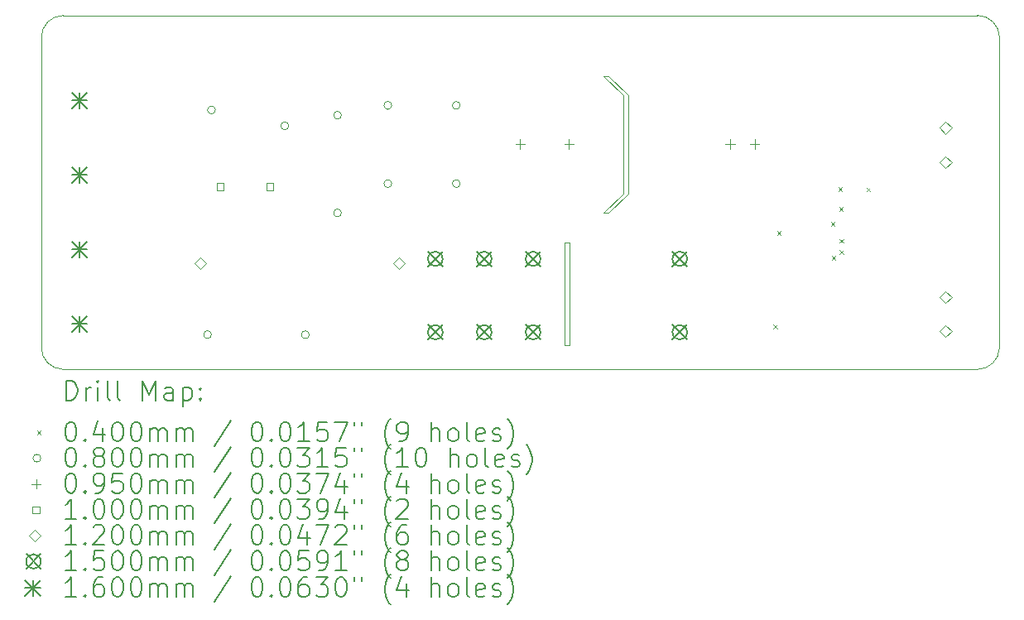
<source format=gbr>
%TF.GenerationSoftware,KiCad,Pcbnew,7.0.7-7.0.7~ubuntu22.04.1*%
%TF.CreationDate,2024-01-12T18:41:46+05:30*%
%TF.ProjectId,electronic-limit-sw,656c6563-7472-46f6-9e69-632d6c696d69,1.0.0*%
%TF.SameCoordinates,Original*%
%TF.FileFunction,Drillmap*%
%TF.FilePolarity,Positive*%
%FSLAX45Y45*%
G04 Gerber Fmt 4.5, Leading zero omitted, Abs format (unit mm)*
G04 Created by KiCad (PCBNEW 7.0.7-7.0.7~ubuntu22.04.1) date 2024-01-12 18:41:46*
%MOMM*%
%LPD*%
G01*
G04 APERTURE LIST*
%ADD10C,0.100000*%
%ADD11C,0.200000*%
%ADD12C,0.040000*%
%ADD13C,0.080000*%
%ADD14C,0.095000*%
%ADD15C,0.120000*%
%ADD16C,0.150000*%
%ADD17C,0.160000*%
G04 APERTURE END LIST*
D10*
X14700000Y-9750000D02*
X14650000Y-9750000D01*
X14900000Y-9550000D02*
X14900000Y-8550000D01*
X14700000Y-8350000D02*
X14650000Y-8350000D01*
X14700000Y-8350000D02*
X14900000Y-8550000D01*
X9125000Y-7730000D02*
X18475000Y-7730000D01*
X14300000Y-10050000D02*
X14250000Y-10050000D01*
X14250000Y-11100000D02*
X14300000Y-11100000D01*
X14900000Y-9550000D02*
X14700000Y-9750000D01*
X14300000Y-11100000D02*
X14300000Y-10050000D01*
X18475000Y-11350000D02*
X9125000Y-11350000D01*
X14250000Y-10050000D02*
X14250000Y-11100000D01*
X8900000Y-11125000D02*
X8900000Y-7955000D01*
X14650000Y-8350000D02*
X14850000Y-8550000D01*
X14850000Y-8550000D02*
X14850000Y-9550000D01*
X18700000Y-7955000D02*
G75*
G03*
X18475000Y-7730000I-225000J0D01*
G01*
X18700000Y-7955000D02*
X18700000Y-11125000D01*
X14850000Y-9550000D02*
X14650000Y-9750000D01*
X8900000Y-11125000D02*
G75*
G03*
X9125000Y-11350000I225000J0D01*
G01*
X9125000Y-7730000D02*
G75*
G03*
X8900000Y-7955000I0J-225000D01*
G01*
X18475000Y-11350000D02*
G75*
G03*
X18700000Y-11125000I0J225000D01*
G01*
D11*
D12*
X16385000Y-10895000D02*
X16425000Y-10935000D01*
X16425000Y-10895000D02*
X16385000Y-10935000D01*
X16425000Y-9935000D02*
X16465000Y-9975000D01*
X16465000Y-9935000D02*
X16425000Y-9975000D01*
X16975000Y-9840000D02*
X17015000Y-9880000D01*
X17015000Y-9840000D02*
X16975000Y-9880000D01*
X16982637Y-10186625D02*
X17022637Y-10226625D01*
X17022637Y-10186625D02*
X16982637Y-10226625D01*
X17050000Y-9485000D02*
X17090000Y-9525000D01*
X17090000Y-9485000D02*
X17050000Y-9525000D01*
X17060000Y-9690000D02*
X17100000Y-9730000D01*
X17100000Y-9690000D02*
X17060000Y-9730000D01*
X17065000Y-10015000D02*
X17105000Y-10055000D01*
X17105000Y-10015000D02*
X17065000Y-10055000D01*
X17065000Y-10130000D02*
X17105000Y-10170000D01*
X17105000Y-10130000D02*
X17065000Y-10170000D01*
X17340000Y-9490000D02*
X17380000Y-9530000D01*
X17380000Y-9490000D02*
X17340000Y-9530000D01*
D13*
X10640000Y-10995000D02*
G75*
G03*
X10640000Y-10995000I-40000J0D01*
G01*
X10680000Y-8696667D02*
G75*
G03*
X10680000Y-8696667I-40000J0D01*
G01*
X11430000Y-8860000D02*
G75*
G03*
X11430000Y-8860000I-40000J0D01*
G01*
X11640000Y-10995000D02*
G75*
G03*
X11640000Y-10995000I-40000J0D01*
G01*
X11970000Y-8750000D02*
G75*
G03*
X11970000Y-8750000I-40000J0D01*
G01*
X11970000Y-9750000D02*
G75*
G03*
X11970000Y-9750000I-40000J0D01*
G01*
X12484000Y-8650000D02*
G75*
G03*
X12484000Y-8650000I-40000J0D01*
G01*
X12484000Y-9450000D02*
G75*
G03*
X12484000Y-9450000I-40000J0D01*
G01*
X13184000Y-8650000D02*
G75*
G03*
X13184000Y-8650000I-40000J0D01*
G01*
X13184000Y-9450000D02*
G75*
G03*
X13184000Y-9450000I-40000J0D01*
G01*
D14*
X13795750Y-8998250D02*
X13795750Y-9093250D01*
X13748250Y-9045750D02*
X13843250Y-9045750D01*
X14295750Y-8998250D02*
X14295750Y-9093250D01*
X14248250Y-9045750D02*
X14343250Y-9045750D01*
X15945750Y-8998250D02*
X15945750Y-9093250D01*
X15898250Y-9045750D02*
X15993250Y-9045750D01*
X16195750Y-8998250D02*
X16195750Y-9093250D01*
X16148250Y-9045750D02*
X16243250Y-9045750D01*
D10*
X10765356Y-9515356D02*
X10765356Y-9444644D01*
X10694644Y-9444644D01*
X10694644Y-9515356D01*
X10765356Y-9515356D01*
X11273356Y-9515356D02*
X11273356Y-9444644D01*
X11202644Y-9444644D01*
X11202644Y-9515356D01*
X11273356Y-9515356D01*
D15*
X10529000Y-10325000D02*
X10589000Y-10265000D01*
X10529000Y-10205000D01*
X10469000Y-10265000D01*
X10529000Y-10325000D01*
X12561000Y-10325000D02*
X12621000Y-10265000D01*
X12561000Y-10205000D01*
X12501000Y-10265000D01*
X12561000Y-10325000D01*
X18150000Y-8940000D02*
X18210000Y-8880000D01*
X18150000Y-8820000D01*
X18090000Y-8880000D01*
X18150000Y-8940000D01*
X18150000Y-9290000D02*
X18210000Y-9230000D01*
X18150000Y-9170000D01*
X18090000Y-9230000D01*
X18150000Y-9290000D01*
X18150000Y-10670000D02*
X18210000Y-10610000D01*
X18150000Y-10550000D01*
X18090000Y-10610000D01*
X18150000Y-10670000D01*
X18150000Y-11020000D02*
X18210000Y-10960000D01*
X18150000Y-10900000D01*
X18090000Y-10960000D01*
X18150000Y-11020000D01*
D16*
X12855000Y-10145000D02*
X13005000Y-10295000D01*
X13005000Y-10145000D02*
X12855000Y-10295000D01*
X13005000Y-10220000D02*
G75*
G03*
X13005000Y-10220000I-75000J0D01*
G01*
X12855000Y-10895000D02*
X13005000Y-11045000D01*
X13005000Y-10895000D02*
X12855000Y-11045000D01*
X13005000Y-10970000D02*
G75*
G03*
X13005000Y-10970000I-75000J0D01*
G01*
X13355000Y-10145000D02*
X13505000Y-10295000D01*
X13505000Y-10145000D02*
X13355000Y-10295000D01*
X13505000Y-10220000D02*
G75*
G03*
X13505000Y-10220000I-75000J0D01*
G01*
X13355000Y-10895000D02*
X13505000Y-11045000D01*
X13505000Y-10895000D02*
X13355000Y-11045000D01*
X13505000Y-10970000D02*
G75*
G03*
X13505000Y-10970000I-75000J0D01*
G01*
X13855000Y-10145000D02*
X14005000Y-10295000D01*
X14005000Y-10145000D02*
X13855000Y-10295000D01*
X14005000Y-10220000D02*
G75*
G03*
X14005000Y-10220000I-75000J0D01*
G01*
X13855000Y-10895000D02*
X14005000Y-11045000D01*
X14005000Y-10895000D02*
X13855000Y-11045000D01*
X14005000Y-10970000D02*
G75*
G03*
X14005000Y-10970000I-75000J0D01*
G01*
X15355000Y-10145000D02*
X15505000Y-10295000D01*
X15505000Y-10145000D02*
X15355000Y-10295000D01*
X15505000Y-10220000D02*
G75*
G03*
X15505000Y-10220000I-75000J0D01*
G01*
X15355000Y-10895000D02*
X15505000Y-11045000D01*
X15505000Y-10895000D02*
X15355000Y-11045000D01*
X15505000Y-10970000D02*
G75*
G03*
X15505000Y-10970000I-75000J0D01*
G01*
D17*
X9210000Y-8518000D02*
X9370000Y-8678000D01*
X9370000Y-8518000D02*
X9210000Y-8678000D01*
X9290000Y-8518000D02*
X9290000Y-8678000D01*
X9210000Y-8598000D02*
X9370000Y-8598000D01*
X9210000Y-9280000D02*
X9370000Y-9440000D01*
X9370000Y-9280000D02*
X9210000Y-9440000D01*
X9290000Y-9280000D02*
X9290000Y-9440000D01*
X9210000Y-9360000D02*
X9370000Y-9360000D01*
X9210000Y-10042000D02*
X9370000Y-10202000D01*
X9370000Y-10042000D02*
X9210000Y-10202000D01*
X9290000Y-10042000D02*
X9290000Y-10202000D01*
X9210000Y-10122000D02*
X9370000Y-10122000D01*
X9210000Y-10804000D02*
X9370000Y-10964000D01*
X9370000Y-10804000D02*
X9210000Y-10964000D01*
X9290000Y-10804000D02*
X9290000Y-10964000D01*
X9210000Y-10884000D02*
X9370000Y-10884000D01*
D11*
X9155777Y-11666484D02*
X9155777Y-11466484D01*
X9155777Y-11466484D02*
X9203396Y-11466484D01*
X9203396Y-11466484D02*
X9231967Y-11476008D01*
X9231967Y-11476008D02*
X9251015Y-11495055D01*
X9251015Y-11495055D02*
X9260539Y-11514103D01*
X9260539Y-11514103D02*
X9270063Y-11552198D01*
X9270063Y-11552198D02*
X9270063Y-11580769D01*
X9270063Y-11580769D02*
X9260539Y-11618865D01*
X9260539Y-11618865D02*
X9251015Y-11637912D01*
X9251015Y-11637912D02*
X9231967Y-11656960D01*
X9231967Y-11656960D02*
X9203396Y-11666484D01*
X9203396Y-11666484D02*
X9155777Y-11666484D01*
X9355777Y-11666484D02*
X9355777Y-11533150D01*
X9355777Y-11571246D02*
X9365301Y-11552198D01*
X9365301Y-11552198D02*
X9374824Y-11542674D01*
X9374824Y-11542674D02*
X9393872Y-11533150D01*
X9393872Y-11533150D02*
X9412920Y-11533150D01*
X9479586Y-11666484D02*
X9479586Y-11533150D01*
X9479586Y-11466484D02*
X9470063Y-11476008D01*
X9470063Y-11476008D02*
X9479586Y-11485531D01*
X9479586Y-11485531D02*
X9489110Y-11476008D01*
X9489110Y-11476008D02*
X9479586Y-11466484D01*
X9479586Y-11466484D02*
X9479586Y-11485531D01*
X9603396Y-11666484D02*
X9584348Y-11656960D01*
X9584348Y-11656960D02*
X9574824Y-11637912D01*
X9574824Y-11637912D02*
X9574824Y-11466484D01*
X9708158Y-11666484D02*
X9689110Y-11656960D01*
X9689110Y-11656960D02*
X9679586Y-11637912D01*
X9679586Y-11637912D02*
X9679586Y-11466484D01*
X9936729Y-11666484D02*
X9936729Y-11466484D01*
X9936729Y-11466484D02*
X10003396Y-11609341D01*
X10003396Y-11609341D02*
X10070063Y-11466484D01*
X10070063Y-11466484D02*
X10070063Y-11666484D01*
X10251015Y-11666484D02*
X10251015Y-11561722D01*
X10251015Y-11561722D02*
X10241491Y-11542674D01*
X10241491Y-11542674D02*
X10222444Y-11533150D01*
X10222444Y-11533150D02*
X10184348Y-11533150D01*
X10184348Y-11533150D02*
X10165301Y-11542674D01*
X10251015Y-11656960D02*
X10231967Y-11666484D01*
X10231967Y-11666484D02*
X10184348Y-11666484D01*
X10184348Y-11666484D02*
X10165301Y-11656960D01*
X10165301Y-11656960D02*
X10155777Y-11637912D01*
X10155777Y-11637912D02*
X10155777Y-11618865D01*
X10155777Y-11618865D02*
X10165301Y-11599817D01*
X10165301Y-11599817D02*
X10184348Y-11590293D01*
X10184348Y-11590293D02*
X10231967Y-11590293D01*
X10231967Y-11590293D02*
X10251015Y-11580769D01*
X10346253Y-11533150D02*
X10346253Y-11733150D01*
X10346253Y-11542674D02*
X10365301Y-11533150D01*
X10365301Y-11533150D02*
X10403396Y-11533150D01*
X10403396Y-11533150D02*
X10422444Y-11542674D01*
X10422444Y-11542674D02*
X10431967Y-11552198D01*
X10431967Y-11552198D02*
X10441491Y-11571246D01*
X10441491Y-11571246D02*
X10441491Y-11628388D01*
X10441491Y-11628388D02*
X10431967Y-11647436D01*
X10431967Y-11647436D02*
X10422444Y-11656960D01*
X10422444Y-11656960D02*
X10403396Y-11666484D01*
X10403396Y-11666484D02*
X10365301Y-11666484D01*
X10365301Y-11666484D02*
X10346253Y-11656960D01*
X10527205Y-11647436D02*
X10536729Y-11656960D01*
X10536729Y-11656960D02*
X10527205Y-11666484D01*
X10527205Y-11666484D02*
X10517682Y-11656960D01*
X10517682Y-11656960D02*
X10527205Y-11647436D01*
X10527205Y-11647436D02*
X10527205Y-11666484D01*
X10527205Y-11542674D02*
X10536729Y-11552198D01*
X10536729Y-11552198D02*
X10527205Y-11561722D01*
X10527205Y-11561722D02*
X10517682Y-11552198D01*
X10517682Y-11552198D02*
X10527205Y-11542674D01*
X10527205Y-11542674D02*
X10527205Y-11561722D01*
D12*
X8855000Y-11975000D02*
X8895000Y-12015000D01*
X8895000Y-11975000D02*
X8855000Y-12015000D01*
D11*
X9193872Y-11886484D02*
X9212920Y-11886484D01*
X9212920Y-11886484D02*
X9231967Y-11896008D01*
X9231967Y-11896008D02*
X9241491Y-11905531D01*
X9241491Y-11905531D02*
X9251015Y-11924579D01*
X9251015Y-11924579D02*
X9260539Y-11962674D01*
X9260539Y-11962674D02*
X9260539Y-12010293D01*
X9260539Y-12010293D02*
X9251015Y-12048388D01*
X9251015Y-12048388D02*
X9241491Y-12067436D01*
X9241491Y-12067436D02*
X9231967Y-12076960D01*
X9231967Y-12076960D02*
X9212920Y-12086484D01*
X9212920Y-12086484D02*
X9193872Y-12086484D01*
X9193872Y-12086484D02*
X9174824Y-12076960D01*
X9174824Y-12076960D02*
X9165301Y-12067436D01*
X9165301Y-12067436D02*
X9155777Y-12048388D01*
X9155777Y-12048388D02*
X9146253Y-12010293D01*
X9146253Y-12010293D02*
X9146253Y-11962674D01*
X9146253Y-11962674D02*
X9155777Y-11924579D01*
X9155777Y-11924579D02*
X9165301Y-11905531D01*
X9165301Y-11905531D02*
X9174824Y-11896008D01*
X9174824Y-11896008D02*
X9193872Y-11886484D01*
X9346253Y-12067436D02*
X9355777Y-12076960D01*
X9355777Y-12076960D02*
X9346253Y-12086484D01*
X9346253Y-12086484D02*
X9336729Y-12076960D01*
X9336729Y-12076960D02*
X9346253Y-12067436D01*
X9346253Y-12067436D02*
X9346253Y-12086484D01*
X9527205Y-11953150D02*
X9527205Y-12086484D01*
X9479586Y-11876960D02*
X9431967Y-12019817D01*
X9431967Y-12019817D02*
X9555777Y-12019817D01*
X9670063Y-11886484D02*
X9689110Y-11886484D01*
X9689110Y-11886484D02*
X9708158Y-11896008D01*
X9708158Y-11896008D02*
X9717682Y-11905531D01*
X9717682Y-11905531D02*
X9727205Y-11924579D01*
X9727205Y-11924579D02*
X9736729Y-11962674D01*
X9736729Y-11962674D02*
X9736729Y-12010293D01*
X9736729Y-12010293D02*
X9727205Y-12048388D01*
X9727205Y-12048388D02*
X9717682Y-12067436D01*
X9717682Y-12067436D02*
X9708158Y-12076960D01*
X9708158Y-12076960D02*
X9689110Y-12086484D01*
X9689110Y-12086484D02*
X9670063Y-12086484D01*
X9670063Y-12086484D02*
X9651015Y-12076960D01*
X9651015Y-12076960D02*
X9641491Y-12067436D01*
X9641491Y-12067436D02*
X9631967Y-12048388D01*
X9631967Y-12048388D02*
X9622444Y-12010293D01*
X9622444Y-12010293D02*
X9622444Y-11962674D01*
X9622444Y-11962674D02*
X9631967Y-11924579D01*
X9631967Y-11924579D02*
X9641491Y-11905531D01*
X9641491Y-11905531D02*
X9651015Y-11896008D01*
X9651015Y-11896008D02*
X9670063Y-11886484D01*
X9860539Y-11886484D02*
X9879586Y-11886484D01*
X9879586Y-11886484D02*
X9898634Y-11896008D01*
X9898634Y-11896008D02*
X9908158Y-11905531D01*
X9908158Y-11905531D02*
X9917682Y-11924579D01*
X9917682Y-11924579D02*
X9927205Y-11962674D01*
X9927205Y-11962674D02*
X9927205Y-12010293D01*
X9927205Y-12010293D02*
X9917682Y-12048388D01*
X9917682Y-12048388D02*
X9908158Y-12067436D01*
X9908158Y-12067436D02*
X9898634Y-12076960D01*
X9898634Y-12076960D02*
X9879586Y-12086484D01*
X9879586Y-12086484D02*
X9860539Y-12086484D01*
X9860539Y-12086484D02*
X9841491Y-12076960D01*
X9841491Y-12076960D02*
X9831967Y-12067436D01*
X9831967Y-12067436D02*
X9822444Y-12048388D01*
X9822444Y-12048388D02*
X9812920Y-12010293D01*
X9812920Y-12010293D02*
X9812920Y-11962674D01*
X9812920Y-11962674D02*
X9822444Y-11924579D01*
X9822444Y-11924579D02*
X9831967Y-11905531D01*
X9831967Y-11905531D02*
X9841491Y-11896008D01*
X9841491Y-11896008D02*
X9860539Y-11886484D01*
X10012920Y-12086484D02*
X10012920Y-11953150D01*
X10012920Y-11972198D02*
X10022444Y-11962674D01*
X10022444Y-11962674D02*
X10041491Y-11953150D01*
X10041491Y-11953150D02*
X10070063Y-11953150D01*
X10070063Y-11953150D02*
X10089110Y-11962674D01*
X10089110Y-11962674D02*
X10098634Y-11981722D01*
X10098634Y-11981722D02*
X10098634Y-12086484D01*
X10098634Y-11981722D02*
X10108158Y-11962674D01*
X10108158Y-11962674D02*
X10127205Y-11953150D01*
X10127205Y-11953150D02*
X10155777Y-11953150D01*
X10155777Y-11953150D02*
X10174825Y-11962674D01*
X10174825Y-11962674D02*
X10184348Y-11981722D01*
X10184348Y-11981722D02*
X10184348Y-12086484D01*
X10279586Y-12086484D02*
X10279586Y-11953150D01*
X10279586Y-11972198D02*
X10289110Y-11962674D01*
X10289110Y-11962674D02*
X10308158Y-11953150D01*
X10308158Y-11953150D02*
X10336729Y-11953150D01*
X10336729Y-11953150D02*
X10355777Y-11962674D01*
X10355777Y-11962674D02*
X10365301Y-11981722D01*
X10365301Y-11981722D02*
X10365301Y-12086484D01*
X10365301Y-11981722D02*
X10374825Y-11962674D01*
X10374825Y-11962674D02*
X10393872Y-11953150D01*
X10393872Y-11953150D02*
X10422444Y-11953150D01*
X10422444Y-11953150D02*
X10441491Y-11962674D01*
X10441491Y-11962674D02*
X10451015Y-11981722D01*
X10451015Y-11981722D02*
X10451015Y-12086484D01*
X10841491Y-11876960D02*
X10670063Y-12134103D01*
X11098634Y-11886484D02*
X11117682Y-11886484D01*
X11117682Y-11886484D02*
X11136729Y-11896008D01*
X11136729Y-11896008D02*
X11146253Y-11905531D01*
X11146253Y-11905531D02*
X11155777Y-11924579D01*
X11155777Y-11924579D02*
X11165301Y-11962674D01*
X11165301Y-11962674D02*
X11165301Y-12010293D01*
X11165301Y-12010293D02*
X11155777Y-12048388D01*
X11155777Y-12048388D02*
X11146253Y-12067436D01*
X11146253Y-12067436D02*
X11136729Y-12076960D01*
X11136729Y-12076960D02*
X11117682Y-12086484D01*
X11117682Y-12086484D02*
X11098634Y-12086484D01*
X11098634Y-12086484D02*
X11079587Y-12076960D01*
X11079587Y-12076960D02*
X11070063Y-12067436D01*
X11070063Y-12067436D02*
X11060539Y-12048388D01*
X11060539Y-12048388D02*
X11051015Y-12010293D01*
X11051015Y-12010293D02*
X11051015Y-11962674D01*
X11051015Y-11962674D02*
X11060539Y-11924579D01*
X11060539Y-11924579D02*
X11070063Y-11905531D01*
X11070063Y-11905531D02*
X11079587Y-11896008D01*
X11079587Y-11896008D02*
X11098634Y-11886484D01*
X11251015Y-12067436D02*
X11260539Y-12076960D01*
X11260539Y-12076960D02*
X11251015Y-12086484D01*
X11251015Y-12086484D02*
X11241491Y-12076960D01*
X11241491Y-12076960D02*
X11251015Y-12067436D01*
X11251015Y-12067436D02*
X11251015Y-12086484D01*
X11384348Y-11886484D02*
X11403396Y-11886484D01*
X11403396Y-11886484D02*
X11422444Y-11896008D01*
X11422444Y-11896008D02*
X11431967Y-11905531D01*
X11431967Y-11905531D02*
X11441491Y-11924579D01*
X11441491Y-11924579D02*
X11451015Y-11962674D01*
X11451015Y-11962674D02*
X11451015Y-12010293D01*
X11451015Y-12010293D02*
X11441491Y-12048388D01*
X11441491Y-12048388D02*
X11431967Y-12067436D01*
X11431967Y-12067436D02*
X11422444Y-12076960D01*
X11422444Y-12076960D02*
X11403396Y-12086484D01*
X11403396Y-12086484D02*
X11384348Y-12086484D01*
X11384348Y-12086484D02*
X11365301Y-12076960D01*
X11365301Y-12076960D02*
X11355777Y-12067436D01*
X11355777Y-12067436D02*
X11346253Y-12048388D01*
X11346253Y-12048388D02*
X11336729Y-12010293D01*
X11336729Y-12010293D02*
X11336729Y-11962674D01*
X11336729Y-11962674D02*
X11346253Y-11924579D01*
X11346253Y-11924579D02*
X11355777Y-11905531D01*
X11355777Y-11905531D02*
X11365301Y-11896008D01*
X11365301Y-11896008D02*
X11384348Y-11886484D01*
X11641491Y-12086484D02*
X11527206Y-12086484D01*
X11584348Y-12086484D02*
X11584348Y-11886484D01*
X11584348Y-11886484D02*
X11565301Y-11915055D01*
X11565301Y-11915055D02*
X11546253Y-11934103D01*
X11546253Y-11934103D02*
X11527206Y-11943627D01*
X11822444Y-11886484D02*
X11727206Y-11886484D01*
X11727206Y-11886484D02*
X11717682Y-11981722D01*
X11717682Y-11981722D02*
X11727206Y-11972198D01*
X11727206Y-11972198D02*
X11746253Y-11962674D01*
X11746253Y-11962674D02*
X11793872Y-11962674D01*
X11793872Y-11962674D02*
X11812920Y-11972198D01*
X11812920Y-11972198D02*
X11822444Y-11981722D01*
X11822444Y-11981722D02*
X11831967Y-12000769D01*
X11831967Y-12000769D02*
X11831967Y-12048388D01*
X11831967Y-12048388D02*
X11822444Y-12067436D01*
X11822444Y-12067436D02*
X11812920Y-12076960D01*
X11812920Y-12076960D02*
X11793872Y-12086484D01*
X11793872Y-12086484D02*
X11746253Y-12086484D01*
X11746253Y-12086484D02*
X11727206Y-12076960D01*
X11727206Y-12076960D02*
X11717682Y-12067436D01*
X11898634Y-11886484D02*
X12031967Y-11886484D01*
X12031967Y-11886484D02*
X11946253Y-12086484D01*
X12098634Y-11886484D02*
X12098634Y-11924579D01*
X12174825Y-11886484D02*
X12174825Y-11924579D01*
X12470063Y-12162674D02*
X12460539Y-12153150D01*
X12460539Y-12153150D02*
X12441491Y-12124579D01*
X12441491Y-12124579D02*
X12431968Y-12105531D01*
X12431968Y-12105531D02*
X12422444Y-12076960D01*
X12422444Y-12076960D02*
X12412920Y-12029341D01*
X12412920Y-12029341D02*
X12412920Y-11991246D01*
X12412920Y-11991246D02*
X12422444Y-11943627D01*
X12422444Y-11943627D02*
X12431968Y-11915055D01*
X12431968Y-11915055D02*
X12441491Y-11896008D01*
X12441491Y-11896008D02*
X12460539Y-11867436D01*
X12460539Y-11867436D02*
X12470063Y-11857912D01*
X12555777Y-12086484D02*
X12593872Y-12086484D01*
X12593872Y-12086484D02*
X12612920Y-12076960D01*
X12612920Y-12076960D02*
X12622444Y-12067436D01*
X12622444Y-12067436D02*
X12641491Y-12038865D01*
X12641491Y-12038865D02*
X12651015Y-12000769D01*
X12651015Y-12000769D02*
X12651015Y-11924579D01*
X12651015Y-11924579D02*
X12641491Y-11905531D01*
X12641491Y-11905531D02*
X12631968Y-11896008D01*
X12631968Y-11896008D02*
X12612920Y-11886484D01*
X12612920Y-11886484D02*
X12574825Y-11886484D01*
X12574825Y-11886484D02*
X12555777Y-11896008D01*
X12555777Y-11896008D02*
X12546253Y-11905531D01*
X12546253Y-11905531D02*
X12536729Y-11924579D01*
X12536729Y-11924579D02*
X12536729Y-11972198D01*
X12536729Y-11972198D02*
X12546253Y-11991246D01*
X12546253Y-11991246D02*
X12555777Y-12000769D01*
X12555777Y-12000769D02*
X12574825Y-12010293D01*
X12574825Y-12010293D02*
X12612920Y-12010293D01*
X12612920Y-12010293D02*
X12631968Y-12000769D01*
X12631968Y-12000769D02*
X12641491Y-11991246D01*
X12641491Y-11991246D02*
X12651015Y-11972198D01*
X12889110Y-12086484D02*
X12889110Y-11886484D01*
X12974825Y-12086484D02*
X12974825Y-11981722D01*
X12974825Y-11981722D02*
X12965301Y-11962674D01*
X12965301Y-11962674D02*
X12946253Y-11953150D01*
X12946253Y-11953150D02*
X12917682Y-11953150D01*
X12917682Y-11953150D02*
X12898634Y-11962674D01*
X12898634Y-11962674D02*
X12889110Y-11972198D01*
X13098634Y-12086484D02*
X13079587Y-12076960D01*
X13079587Y-12076960D02*
X13070063Y-12067436D01*
X13070063Y-12067436D02*
X13060539Y-12048388D01*
X13060539Y-12048388D02*
X13060539Y-11991246D01*
X13060539Y-11991246D02*
X13070063Y-11972198D01*
X13070063Y-11972198D02*
X13079587Y-11962674D01*
X13079587Y-11962674D02*
X13098634Y-11953150D01*
X13098634Y-11953150D02*
X13127206Y-11953150D01*
X13127206Y-11953150D02*
X13146253Y-11962674D01*
X13146253Y-11962674D02*
X13155777Y-11972198D01*
X13155777Y-11972198D02*
X13165301Y-11991246D01*
X13165301Y-11991246D02*
X13165301Y-12048388D01*
X13165301Y-12048388D02*
X13155777Y-12067436D01*
X13155777Y-12067436D02*
X13146253Y-12076960D01*
X13146253Y-12076960D02*
X13127206Y-12086484D01*
X13127206Y-12086484D02*
X13098634Y-12086484D01*
X13279587Y-12086484D02*
X13260539Y-12076960D01*
X13260539Y-12076960D02*
X13251015Y-12057912D01*
X13251015Y-12057912D02*
X13251015Y-11886484D01*
X13431968Y-12076960D02*
X13412920Y-12086484D01*
X13412920Y-12086484D02*
X13374825Y-12086484D01*
X13374825Y-12086484D02*
X13355777Y-12076960D01*
X13355777Y-12076960D02*
X13346253Y-12057912D01*
X13346253Y-12057912D02*
X13346253Y-11981722D01*
X13346253Y-11981722D02*
X13355777Y-11962674D01*
X13355777Y-11962674D02*
X13374825Y-11953150D01*
X13374825Y-11953150D02*
X13412920Y-11953150D01*
X13412920Y-11953150D02*
X13431968Y-11962674D01*
X13431968Y-11962674D02*
X13441491Y-11981722D01*
X13441491Y-11981722D02*
X13441491Y-12000769D01*
X13441491Y-12000769D02*
X13346253Y-12019817D01*
X13517682Y-12076960D02*
X13536730Y-12086484D01*
X13536730Y-12086484D02*
X13574825Y-12086484D01*
X13574825Y-12086484D02*
X13593872Y-12076960D01*
X13593872Y-12076960D02*
X13603396Y-12057912D01*
X13603396Y-12057912D02*
X13603396Y-12048388D01*
X13603396Y-12048388D02*
X13593872Y-12029341D01*
X13593872Y-12029341D02*
X13574825Y-12019817D01*
X13574825Y-12019817D02*
X13546253Y-12019817D01*
X13546253Y-12019817D02*
X13527206Y-12010293D01*
X13527206Y-12010293D02*
X13517682Y-11991246D01*
X13517682Y-11991246D02*
X13517682Y-11981722D01*
X13517682Y-11981722D02*
X13527206Y-11962674D01*
X13527206Y-11962674D02*
X13546253Y-11953150D01*
X13546253Y-11953150D02*
X13574825Y-11953150D01*
X13574825Y-11953150D02*
X13593872Y-11962674D01*
X13670063Y-12162674D02*
X13679587Y-12153150D01*
X13679587Y-12153150D02*
X13698634Y-12124579D01*
X13698634Y-12124579D02*
X13708158Y-12105531D01*
X13708158Y-12105531D02*
X13717682Y-12076960D01*
X13717682Y-12076960D02*
X13727206Y-12029341D01*
X13727206Y-12029341D02*
X13727206Y-11991246D01*
X13727206Y-11991246D02*
X13717682Y-11943627D01*
X13717682Y-11943627D02*
X13708158Y-11915055D01*
X13708158Y-11915055D02*
X13698634Y-11896008D01*
X13698634Y-11896008D02*
X13679587Y-11867436D01*
X13679587Y-11867436D02*
X13670063Y-11857912D01*
D13*
X8895000Y-12259000D02*
G75*
G03*
X8895000Y-12259000I-40000J0D01*
G01*
D11*
X9193872Y-12150484D02*
X9212920Y-12150484D01*
X9212920Y-12150484D02*
X9231967Y-12160008D01*
X9231967Y-12160008D02*
X9241491Y-12169531D01*
X9241491Y-12169531D02*
X9251015Y-12188579D01*
X9251015Y-12188579D02*
X9260539Y-12226674D01*
X9260539Y-12226674D02*
X9260539Y-12274293D01*
X9260539Y-12274293D02*
X9251015Y-12312388D01*
X9251015Y-12312388D02*
X9241491Y-12331436D01*
X9241491Y-12331436D02*
X9231967Y-12340960D01*
X9231967Y-12340960D02*
X9212920Y-12350484D01*
X9212920Y-12350484D02*
X9193872Y-12350484D01*
X9193872Y-12350484D02*
X9174824Y-12340960D01*
X9174824Y-12340960D02*
X9165301Y-12331436D01*
X9165301Y-12331436D02*
X9155777Y-12312388D01*
X9155777Y-12312388D02*
X9146253Y-12274293D01*
X9146253Y-12274293D02*
X9146253Y-12226674D01*
X9146253Y-12226674D02*
X9155777Y-12188579D01*
X9155777Y-12188579D02*
X9165301Y-12169531D01*
X9165301Y-12169531D02*
X9174824Y-12160008D01*
X9174824Y-12160008D02*
X9193872Y-12150484D01*
X9346253Y-12331436D02*
X9355777Y-12340960D01*
X9355777Y-12340960D02*
X9346253Y-12350484D01*
X9346253Y-12350484D02*
X9336729Y-12340960D01*
X9336729Y-12340960D02*
X9346253Y-12331436D01*
X9346253Y-12331436D02*
X9346253Y-12350484D01*
X9470063Y-12236198D02*
X9451015Y-12226674D01*
X9451015Y-12226674D02*
X9441491Y-12217150D01*
X9441491Y-12217150D02*
X9431967Y-12198103D01*
X9431967Y-12198103D02*
X9431967Y-12188579D01*
X9431967Y-12188579D02*
X9441491Y-12169531D01*
X9441491Y-12169531D02*
X9451015Y-12160008D01*
X9451015Y-12160008D02*
X9470063Y-12150484D01*
X9470063Y-12150484D02*
X9508158Y-12150484D01*
X9508158Y-12150484D02*
X9527205Y-12160008D01*
X9527205Y-12160008D02*
X9536729Y-12169531D01*
X9536729Y-12169531D02*
X9546253Y-12188579D01*
X9546253Y-12188579D02*
X9546253Y-12198103D01*
X9546253Y-12198103D02*
X9536729Y-12217150D01*
X9536729Y-12217150D02*
X9527205Y-12226674D01*
X9527205Y-12226674D02*
X9508158Y-12236198D01*
X9508158Y-12236198D02*
X9470063Y-12236198D01*
X9470063Y-12236198D02*
X9451015Y-12245722D01*
X9451015Y-12245722D02*
X9441491Y-12255246D01*
X9441491Y-12255246D02*
X9431967Y-12274293D01*
X9431967Y-12274293D02*
X9431967Y-12312388D01*
X9431967Y-12312388D02*
X9441491Y-12331436D01*
X9441491Y-12331436D02*
X9451015Y-12340960D01*
X9451015Y-12340960D02*
X9470063Y-12350484D01*
X9470063Y-12350484D02*
X9508158Y-12350484D01*
X9508158Y-12350484D02*
X9527205Y-12340960D01*
X9527205Y-12340960D02*
X9536729Y-12331436D01*
X9536729Y-12331436D02*
X9546253Y-12312388D01*
X9546253Y-12312388D02*
X9546253Y-12274293D01*
X9546253Y-12274293D02*
X9536729Y-12255246D01*
X9536729Y-12255246D02*
X9527205Y-12245722D01*
X9527205Y-12245722D02*
X9508158Y-12236198D01*
X9670063Y-12150484D02*
X9689110Y-12150484D01*
X9689110Y-12150484D02*
X9708158Y-12160008D01*
X9708158Y-12160008D02*
X9717682Y-12169531D01*
X9717682Y-12169531D02*
X9727205Y-12188579D01*
X9727205Y-12188579D02*
X9736729Y-12226674D01*
X9736729Y-12226674D02*
X9736729Y-12274293D01*
X9736729Y-12274293D02*
X9727205Y-12312388D01*
X9727205Y-12312388D02*
X9717682Y-12331436D01*
X9717682Y-12331436D02*
X9708158Y-12340960D01*
X9708158Y-12340960D02*
X9689110Y-12350484D01*
X9689110Y-12350484D02*
X9670063Y-12350484D01*
X9670063Y-12350484D02*
X9651015Y-12340960D01*
X9651015Y-12340960D02*
X9641491Y-12331436D01*
X9641491Y-12331436D02*
X9631967Y-12312388D01*
X9631967Y-12312388D02*
X9622444Y-12274293D01*
X9622444Y-12274293D02*
X9622444Y-12226674D01*
X9622444Y-12226674D02*
X9631967Y-12188579D01*
X9631967Y-12188579D02*
X9641491Y-12169531D01*
X9641491Y-12169531D02*
X9651015Y-12160008D01*
X9651015Y-12160008D02*
X9670063Y-12150484D01*
X9860539Y-12150484D02*
X9879586Y-12150484D01*
X9879586Y-12150484D02*
X9898634Y-12160008D01*
X9898634Y-12160008D02*
X9908158Y-12169531D01*
X9908158Y-12169531D02*
X9917682Y-12188579D01*
X9917682Y-12188579D02*
X9927205Y-12226674D01*
X9927205Y-12226674D02*
X9927205Y-12274293D01*
X9927205Y-12274293D02*
X9917682Y-12312388D01*
X9917682Y-12312388D02*
X9908158Y-12331436D01*
X9908158Y-12331436D02*
X9898634Y-12340960D01*
X9898634Y-12340960D02*
X9879586Y-12350484D01*
X9879586Y-12350484D02*
X9860539Y-12350484D01*
X9860539Y-12350484D02*
X9841491Y-12340960D01*
X9841491Y-12340960D02*
X9831967Y-12331436D01*
X9831967Y-12331436D02*
X9822444Y-12312388D01*
X9822444Y-12312388D02*
X9812920Y-12274293D01*
X9812920Y-12274293D02*
X9812920Y-12226674D01*
X9812920Y-12226674D02*
X9822444Y-12188579D01*
X9822444Y-12188579D02*
X9831967Y-12169531D01*
X9831967Y-12169531D02*
X9841491Y-12160008D01*
X9841491Y-12160008D02*
X9860539Y-12150484D01*
X10012920Y-12350484D02*
X10012920Y-12217150D01*
X10012920Y-12236198D02*
X10022444Y-12226674D01*
X10022444Y-12226674D02*
X10041491Y-12217150D01*
X10041491Y-12217150D02*
X10070063Y-12217150D01*
X10070063Y-12217150D02*
X10089110Y-12226674D01*
X10089110Y-12226674D02*
X10098634Y-12245722D01*
X10098634Y-12245722D02*
X10098634Y-12350484D01*
X10098634Y-12245722D02*
X10108158Y-12226674D01*
X10108158Y-12226674D02*
X10127205Y-12217150D01*
X10127205Y-12217150D02*
X10155777Y-12217150D01*
X10155777Y-12217150D02*
X10174825Y-12226674D01*
X10174825Y-12226674D02*
X10184348Y-12245722D01*
X10184348Y-12245722D02*
X10184348Y-12350484D01*
X10279586Y-12350484D02*
X10279586Y-12217150D01*
X10279586Y-12236198D02*
X10289110Y-12226674D01*
X10289110Y-12226674D02*
X10308158Y-12217150D01*
X10308158Y-12217150D02*
X10336729Y-12217150D01*
X10336729Y-12217150D02*
X10355777Y-12226674D01*
X10355777Y-12226674D02*
X10365301Y-12245722D01*
X10365301Y-12245722D02*
X10365301Y-12350484D01*
X10365301Y-12245722D02*
X10374825Y-12226674D01*
X10374825Y-12226674D02*
X10393872Y-12217150D01*
X10393872Y-12217150D02*
X10422444Y-12217150D01*
X10422444Y-12217150D02*
X10441491Y-12226674D01*
X10441491Y-12226674D02*
X10451015Y-12245722D01*
X10451015Y-12245722D02*
X10451015Y-12350484D01*
X10841491Y-12140960D02*
X10670063Y-12398103D01*
X11098634Y-12150484D02*
X11117682Y-12150484D01*
X11117682Y-12150484D02*
X11136729Y-12160008D01*
X11136729Y-12160008D02*
X11146253Y-12169531D01*
X11146253Y-12169531D02*
X11155777Y-12188579D01*
X11155777Y-12188579D02*
X11165301Y-12226674D01*
X11165301Y-12226674D02*
X11165301Y-12274293D01*
X11165301Y-12274293D02*
X11155777Y-12312388D01*
X11155777Y-12312388D02*
X11146253Y-12331436D01*
X11146253Y-12331436D02*
X11136729Y-12340960D01*
X11136729Y-12340960D02*
X11117682Y-12350484D01*
X11117682Y-12350484D02*
X11098634Y-12350484D01*
X11098634Y-12350484D02*
X11079587Y-12340960D01*
X11079587Y-12340960D02*
X11070063Y-12331436D01*
X11070063Y-12331436D02*
X11060539Y-12312388D01*
X11060539Y-12312388D02*
X11051015Y-12274293D01*
X11051015Y-12274293D02*
X11051015Y-12226674D01*
X11051015Y-12226674D02*
X11060539Y-12188579D01*
X11060539Y-12188579D02*
X11070063Y-12169531D01*
X11070063Y-12169531D02*
X11079587Y-12160008D01*
X11079587Y-12160008D02*
X11098634Y-12150484D01*
X11251015Y-12331436D02*
X11260539Y-12340960D01*
X11260539Y-12340960D02*
X11251015Y-12350484D01*
X11251015Y-12350484D02*
X11241491Y-12340960D01*
X11241491Y-12340960D02*
X11251015Y-12331436D01*
X11251015Y-12331436D02*
X11251015Y-12350484D01*
X11384348Y-12150484D02*
X11403396Y-12150484D01*
X11403396Y-12150484D02*
X11422444Y-12160008D01*
X11422444Y-12160008D02*
X11431967Y-12169531D01*
X11431967Y-12169531D02*
X11441491Y-12188579D01*
X11441491Y-12188579D02*
X11451015Y-12226674D01*
X11451015Y-12226674D02*
X11451015Y-12274293D01*
X11451015Y-12274293D02*
X11441491Y-12312388D01*
X11441491Y-12312388D02*
X11431967Y-12331436D01*
X11431967Y-12331436D02*
X11422444Y-12340960D01*
X11422444Y-12340960D02*
X11403396Y-12350484D01*
X11403396Y-12350484D02*
X11384348Y-12350484D01*
X11384348Y-12350484D02*
X11365301Y-12340960D01*
X11365301Y-12340960D02*
X11355777Y-12331436D01*
X11355777Y-12331436D02*
X11346253Y-12312388D01*
X11346253Y-12312388D02*
X11336729Y-12274293D01*
X11336729Y-12274293D02*
X11336729Y-12226674D01*
X11336729Y-12226674D02*
X11346253Y-12188579D01*
X11346253Y-12188579D02*
X11355777Y-12169531D01*
X11355777Y-12169531D02*
X11365301Y-12160008D01*
X11365301Y-12160008D02*
X11384348Y-12150484D01*
X11517682Y-12150484D02*
X11641491Y-12150484D01*
X11641491Y-12150484D02*
X11574825Y-12226674D01*
X11574825Y-12226674D02*
X11603396Y-12226674D01*
X11603396Y-12226674D02*
X11622444Y-12236198D01*
X11622444Y-12236198D02*
X11631967Y-12245722D01*
X11631967Y-12245722D02*
X11641491Y-12264769D01*
X11641491Y-12264769D02*
X11641491Y-12312388D01*
X11641491Y-12312388D02*
X11631967Y-12331436D01*
X11631967Y-12331436D02*
X11622444Y-12340960D01*
X11622444Y-12340960D02*
X11603396Y-12350484D01*
X11603396Y-12350484D02*
X11546253Y-12350484D01*
X11546253Y-12350484D02*
X11527206Y-12340960D01*
X11527206Y-12340960D02*
X11517682Y-12331436D01*
X11831967Y-12350484D02*
X11717682Y-12350484D01*
X11774825Y-12350484D02*
X11774825Y-12150484D01*
X11774825Y-12150484D02*
X11755777Y-12179055D01*
X11755777Y-12179055D02*
X11736729Y-12198103D01*
X11736729Y-12198103D02*
X11717682Y-12207627D01*
X12012920Y-12150484D02*
X11917682Y-12150484D01*
X11917682Y-12150484D02*
X11908158Y-12245722D01*
X11908158Y-12245722D02*
X11917682Y-12236198D01*
X11917682Y-12236198D02*
X11936729Y-12226674D01*
X11936729Y-12226674D02*
X11984348Y-12226674D01*
X11984348Y-12226674D02*
X12003396Y-12236198D01*
X12003396Y-12236198D02*
X12012920Y-12245722D01*
X12012920Y-12245722D02*
X12022444Y-12264769D01*
X12022444Y-12264769D02*
X12022444Y-12312388D01*
X12022444Y-12312388D02*
X12012920Y-12331436D01*
X12012920Y-12331436D02*
X12003396Y-12340960D01*
X12003396Y-12340960D02*
X11984348Y-12350484D01*
X11984348Y-12350484D02*
X11936729Y-12350484D01*
X11936729Y-12350484D02*
X11917682Y-12340960D01*
X11917682Y-12340960D02*
X11908158Y-12331436D01*
X12098634Y-12150484D02*
X12098634Y-12188579D01*
X12174825Y-12150484D02*
X12174825Y-12188579D01*
X12470063Y-12426674D02*
X12460539Y-12417150D01*
X12460539Y-12417150D02*
X12441491Y-12388579D01*
X12441491Y-12388579D02*
X12431968Y-12369531D01*
X12431968Y-12369531D02*
X12422444Y-12340960D01*
X12422444Y-12340960D02*
X12412920Y-12293341D01*
X12412920Y-12293341D02*
X12412920Y-12255246D01*
X12412920Y-12255246D02*
X12422444Y-12207627D01*
X12422444Y-12207627D02*
X12431968Y-12179055D01*
X12431968Y-12179055D02*
X12441491Y-12160008D01*
X12441491Y-12160008D02*
X12460539Y-12131436D01*
X12460539Y-12131436D02*
X12470063Y-12121912D01*
X12651015Y-12350484D02*
X12536729Y-12350484D01*
X12593872Y-12350484D02*
X12593872Y-12150484D01*
X12593872Y-12150484D02*
X12574825Y-12179055D01*
X12574825Y-12179055D02*
X12555777Y-12198103D01*
X12555777Y-12198103D02*
X12536729Y-12207627D01*
X12774825Y-12150484D02*
X12793872Y-12150484D01*
X12793872Y-12150484D02*
X12812920Y-12160008D01*
X12812920Y-12160008D02*
X12822444Y-12169531D01*
X12822444Y-12169531D02*
X12831968Y-12188579D01*
X12831968Y-12188579D02*
X12841491Y-12226674D01*
X12841491Y-12226674D02*
X12841491Y-12274293D01*
X12841491Y-12274293D02*
X12831968Y-12312388D01*
X12831968Y-12312388D02*
X12822444Y-12331436D01*
X12822444Y-12331436D02*
X12812920Y-12340960D01*
X12812920Y-12340960D02*
X12793872Y-12350484D01*
X12793872Y-12350484D02*
X12774825Y-12350484D01*
X12774825Y-12350484D02*
X12755777Y-12340960D01*
X12755777Y-12340960D02*
X12746253Y-12331436D01*
X12746253Y-12331436D02*
X12736729Y-12312388D01*
X12736729Y-12312388D02*
X12727206Y-12274293D01*
X12727206Y-12274293D02*
X12727206Y-12226674D01*
X12727206Y-12226674D02*
X12736729Y-12188579D01*
X12736729Y-12188579D02*
X12746253Y-12169531D01*
X12746253Y-12169531D02*
X12755777Y-12160008D01*
X12755777Y-12160008D02*
X12774825Y-12150484D01*
X13079587Y-12350484D02*
X13079587Y-12150484D01*
X13165301Y-12350484D02*
X13165301Y-12245722D01*
X13165301Y-12245722D02*
X13155777Y-12226674D01*
X13155777Y-12226674D02*
X13136730Y-12217150D01*
X13136730Y-12217150D02*
X13108158Y-12217150D01*
X13108158Y-12217150D02*
X13089110Y-12226674D01*
X13089110Y-12226674D02*
X13079587Y-12236198D01*
X13289110Y-12350484D02*
X13270063Y-12340960D01*
X13270063Y-12340960D02*
X13260539Y-12331436D01*
X13260539Y-12331436D02*
X13251015Y-12312388D01*
X13251015Y-12312388D02*
X13251015Y-12255246D01*
X13251015Y-12255246D02*
X13260539Y-12236198D01*
X13260539Y-12236198D02*
X13270063Y-12226674D01*
X13270063Y-12226674D02*
X13289110Y-12217150D01*
X13289110Y-12217150D02*
X13317682Y-12217150D01*
X13317682Y-12217150D02*
X13336730Y-12226674D01*
X13336730Y-12226674D02*
X13346253Y-12236198D01*
X13346253Y-12236198D02*
X13355777Y-12255246D01*
X13355777Y-12255246D02*
X13355777Y-12312388D01*
X13355777Y-12312388D02*
X13346253Y-12331436D01*
X13346253Y-12331436D02*
X13336730Y-12340960D01*
X13336730Y-12340960D02*
X13317682Y-12350484D01*
X13317682Y-12350484D02*
X13289110Y-12350484D01*
X13470063Y-12350484D02*
X13451015Y-12340960D01*
X13451015Y-12340960D02*
X13441491Y-12321912D01*
X13441491Y-12321912D02*
X13441491Y-12150484D01*
X13622444Y-12340960D02*
X13603396Y-12350484D01*
X13603396Y-12350484D02*
X13565301Y-12350484D01*
X13565301Y-12350484D02*
X13546253Y-12340960D01*
X13546253Y-12340960D02*
X13536730Y-12321912D01*
X13536730Y-12321912D02*
X13536730Y-12245722D01*
X13536730Y-12245722D02*
X13546253Y-12226674D01*
X13546253Y-12226674D02*
X13565301Y-12217150D01*
X13565301Y-12217150D02*
X13603396Y-12217150D01*
X13603396Y-12217150D02*
X13622444Y-12226674D01*
X13622444Y-12226674D02*
X13631968Y-12245722D01*
X13631968Y-12245722D02*
X13631968Y-12264769D01*
X13631968Y-12264769D02*
X13536730Y-12283817D01*
X13708158Y-12340960D02*
X13727206Y-12350484D01*
X13727206Y-12350484D02*
X13765301Y-12350484D01*
X13765301Y-12350484D02*
X13784349Y-12340960D01*
X13784349Y-12340960D02*
X13793872Y-12321912D01*
X13793872Y-12321912D02*
X13793872Y-12312388D01*
X13793872Y-12312388D02*
X13784349Y-12293341D01*
X13784349Y-12293341D02*
X13765301Y-12283817D01*
X13765301Y-12283817D02*
X13736730Y-12283817D01*
X13736730Y-12283817D02*
X13717682Y-12274293D01*
X13717682Y-12274293D02*
X13708158Y-12255246D01*
X13708158Y-12255246D02*
X13708158Y-12245722D01*
X13708158Y-12245722D02*
X13717682Y-12226674D01*
X13717682Y-12226674D02*
X13736730Y-12217150D01*
X13736730Y-12217150D02*
X13765301Y-12217150D01*
X13765301Y-12217150D02*
X13784349Y-12226674D01*
X13860539Y-12426674D02*
X13870063Y-12417150D01*
X13870063Y-12417150D02*
X13889111Y-12388579D01*
X13889111Y-12388579D02*
X13898634Y-12369531D01*
X13898634Y-12369531D02*
X13908158Y-12340960D01*
X13908158Y-12340960D02*
X13917682Y-12293341D01*
X13917682Y-12293341D02*
X13917682Y-12255246D01*
X13917682Y-12255246D02*
X13908158Y-12207627D01*
X13908158Y-12207627D02*
X13898634Y-12179055D01*
X13898634Y-12179055D02*
X13889111Y-12160008D01*
X13889111Y-12160008D02*
X13870063Y-12131436D01*
X13870063Y-12131436D02*
X13860539Y-12121912D01*
D14*
X8847500Y-12475500D02*
X8847500Y-12570500D01*
X8800000Y-12523000D02*
X8895000Y-12523000D01*
D11*
X9193872Y-12414484D02*
X9212920Y-12414484D01*
X9212920Y-12414484D02*
X9231967Y-12424008D01*
X9231967Y-12424008D02*
X9241491Y-12433531D01*
X9241491Y-12433531D02*
X9251015Y-12452579D01*
X9251015Y-12452579D02*
X9260539Y-12490674D01*
X9260539Y-12490674D02*
X9260539Y-12538293D01*
X9260539Y-12538293D02*
X9251015Y-12576388D01*
X9251015Y-12576388D02*
X9241491Y-12595436D01*
X9241491Y-12595436D02*
X9231967Y-12604960D01*
X9231967Y-12604960D02*
X9212920Y-12614484D01*
X9212920Y-12614484D02*
X9193872Y-12614484D01*
X9193872Y-12614484D02*
X9174824Y-12604960D01*
X9174824Y-12604960D02*
X9165301Y-12595436D01*
X9165301Y-12595436D02*
X9155777Y-12576388D01*
X9155777Y-12576388D02*
X9146253Y-12538293D01*
X9146253Y-12538293D02*
X9146253Y-12490674D01*
X9146253Y-12490674D02*
X9155777Y-12452579D01*
X9155777Y-12452579D02*
X9165301Y-12433531D01*
X9165301Y-12433531D02*
X9174824Y-12424008D01*
X9174824Y-12424008D02*
X9193872Y-12414484D01*
X9346253Y-12595436D02*
X9355777Y-12604960D01*
X9355777Y-12604960D02*
X9346253Y-12614484D01*
X9346253Y-12614484D02*
X9336729Y-12604960D01*
X9336729Y-12604960D02*
X9346253Y-12595436D01*
X9346253Y-12595436D02*
X9346253Y-12614484D01*
X9451015Y-12614484D02*
X9489110Y-12614484D01*
X9489110Y-12614484D02*
X9508158Y-12604960D01*
X9508158Y-12604960D02*
X9517682Y-12595436D01*
X9517682Y-12595436D02*
X9536729Y-12566865D01*
X9536729Y-12566865D02*
X9546253Y-12528769D01*
X9546253Y-12528769D02*
X9546253Y-12452579D01*
X9546253Y-12452579D02*
X9536729Y-12433531D01*
X9536729Y-12433531D02*
X9527205Y-12424008D01*
X9527205Y-12424008D02*
X9508158Y-12414484D01*
X9508158Y-12414484D02*
X9470063Y-12414484D01*
X9470063Y-12414484D02*
X9451015Y-12424008D01*
X9451015Y-12424008D02*
X9441491Y-12433531D01*
X9441491Y-12433531D02*
X9431967Y-12452579D01*
X9431967Y-12452579D02*
X9431967Y-12500198D01*
X9431967Y-12500198D02*
X9441491Y-12519246D01*
X9441491Y-12519246D02*
X9451015Y-12528769D01*
X9451015Y-12528769D02*
X9470063Y-12538293D01*
X9470063Y-12538293D02*
X9508158Y-12538293D01*
X9508158Y-12538293D02*
X9527205Y-12528769D01*
X9527205Y-12528769D02*
X9536729Y-12519246D01*
X9536729Y-12519246D02*
X9546253Y-12500198D01*
X9727205Y-12414484D02*
X9631967Y-12414484D01*
X9631967Y-12414484D02*
X9622444Y-12509722D01*
X9622444Y-12509722D02*
X9631967Y-12500198D01*
X9631967Y-12500198D02*
X9651015Y-12490674D01*
X9651015Y-12490674D02*
X9698634Y-12490674D01*
X9698634Y-12490674D02*
X9717682Y-12500198D01*
X9717682Y-12500198D02*
X9727205Y-12509722D01*
X9727205Y-12509722D02*
X9736729Y-12528769D01*
X9736729Y-12528769D02*
X9736729Y-12576388D01*
X9736729Y-12576388D02*
X9727205Y-12595436D01*
X9727205Y-12595436D02*
X9717682Y-12604960D01*
X9717682Y-12604960D02*
X9698634Y-12614484D01*
X9698634Y-12614484D02*
X9651015Y-12614484D01*
X9651015Y-12614484D02*
X9631967Y-12604960D01*
X9631967Y-12604960D02*
X9622444Y-12595436D01*
X9860539Y-12414484D02*
X9879586Y-12414484D01*
X9879586Y-12414484D02*
X9898634Y-12424008D01*
X9898634Y-12424008D02*
X9908158Y-12433531D01*
X9908158Y-12433531D02*
X9917682Y-12452579D01*
X9917682Y-12452579D02*
X9927205Y-12490674D01*
X9927205Y-12490674D02*
X9927205Y-12538293D01*
X9927205Y-12538293D02*
X9917682Y-12576388D01*
X9917682Y-12576388D02*
X9908158Y-12595436D01*
X9908158Y-12595436D02*
X9898634Y-12604960D01*
X9898634Y-12604960D02*
X9879586Y-12614484D01*
X9879586Y-12614484D02*
X9860539Y-12614484D01*
X9860539Y-12614484D02*
X9841491Y-12604960D01*
X9841491Y-12604960D02*
X9831967Y-12595436D01*
X9831967Y-12595436D02*
X9822444Y-12576388D01*
X9822444Y-12576388D02*
X9812920Y-12538293D01*
X9812920Y-12538293D02*
X9812920Y-12490674D01*
X9812920Y-12490674D02*
X9822444Y-12452579D01*
X9822444Y-12452579D02*
X9831967Y-12433531D01*
X9831967Y-12433531D02*
X9841491Y-12424008D01*
X9841491Y-12424008D02*
X9860539Y-12414484D01*
X10012920Y-12614484D02*
X10012920Y-12481150D01*
X10012920Y-12500198D02*
X10022444Y-12490674D01*
X10022444Y-12490674D02*
X10041491Y-12481150D01*
X10041491Y-12481150D02*
X10070063Y-12481150D01*
X10070063Y-12481150D02*
X10089110Y-12490674D01*
X10089110Y-12490674D02*
X10098634Y-12509722D01*
X10098634Y-12509722D02*
X10098634Y-12614484D01*
X10098634Y-12509722D02*
X10108158Y-12490674D01*
X10108158Y-12490674D02*
X10127205Y-12481150D01*
X10127205Y-12481150D02*
X10155777Y-12481150D01*
X10155777Y-12481150D02*
X10174825Y-12490674D01*
X10174825Y-12490674D02*
X10184348Y-12509722D01*
X10184348Y-12509722D02*
X10184348Y-12614484D01*
X10279586Y-12614484D02*
X10279586Y-12481150D01*
X10279586Y-12500198D02*
X10289110Y-12490674D01*
X10289110Y-12490674D02*
X10308158Y-12481150D01*
X10308158Y-12481150D02*
X10336729Y-12481150D01*
X10336729Y-12481150D02*
X10355777Y-12490674D01*
X10355777Y-12490674D02*
X10365301Y-12509722D01*
X10365301Y-12509722D02*
X10365301Y-12614484D01*
X10365301Y-12509722D02*
X10374825Y-12490674D01*
X10374825Y-12490674D02*
X10393872Y-12481150D01*
X10393872Y-12481150D02*
X10422444Y-12481150D01*
X10422444Y-12481150D02*
X10441491Y-12490674D01*
X10441491Y-12490674D02*
X10451015Y-12509722D01*
X10451015Y-12509722D02*
X10451015Y-12614484D01*
X10841491Y-12404960D02*
X10670063Y-12662103D01*
X11098634Y-12414484D02*
X11117682Y-12414484D01*
X11117682Y-12414484D02*
X11136729Y-12424008D01*
X11136729Y-12424008D02*
X11146253Y-12433531D01*
X11146253Y-12433531D02*
X11155777Y-12452579D01*
X11155777Y-12452579D02*
X11165301Y-12490674D01*
X11165301Y-12490674D02*
X11165301Y-12538293D01*
X11165301Y-12538293D02*
X11155777Y-12576388D01*
X11155777Y-12576388D02*
X11146253Y-12595436D01*
X11146253Y-12595436D02*
X11136729Y-12604960D01*
X11136729Y-12604960D02*
X11117682Y-12614484D01*
X11117682Y-12614484D02*
X11098634Y-12614484D01*
X11098634Y-12614484D02*
X11079587Y-12604960D01*
X11079587Y-12604960D02*
X11070063Y-12595436D01*
X11070063Y-12595436D02*
X11060539Y-12576388D01*
X11060539Y-12576388D02*
X11051015Y-12538293D01*
X11051015Y-12538293D02*
X11051015Y-12490674D01*
X11051015Y-12490674D02*
X11060539Y-12452579D01*
X11060539Y-12452579D02*
X11070063Y-12433531D01*
X11070063Y-12433531D02*
X11079587Y-12424008D01*
X11079587Y-12424008D02*
X11098634Y-12414484D01*
X11251015Y-12595436D02*
X11260539Y-12604960D01*
X11260539Y-12604960D02*
X11251015Y-12614484D01*
X11251015Y-12614484D02*
X11241491Y-12604960D01*
X11241491Y-12604960D02*
X11251015Y-12595436D01*
X11251015Y-12595436D02*
X11251015Y-12614484D01*
X11384348Y-12414484D02*
X11403396Y-12414484D01*
X11403396Y-12414484D02*
X11422444Y-12424008D01*
X11422444Y-12424008D02*
X11431967Y-12433531D01*
X11431967Y-12433531D02*
X11441491Y-12452579D01*
X11441491Y-12452579D02*
X11451015Y-12490674D01*
X11451015Y-12490674D02*
X11451015Y-12538293D01*
X11451015Y-12538293D02*
X11441491Y-12576388D01*
X11441491Y-12576388D02*
X11431967Y-12595436D01*
X11431967Y-12595436D02*
X11422444Y-12604960D01*
X11422444Y-12604960D02*
X11403396Y-12614484D01*
X11403396Y-12614484D02*
X11384348Y-12614484D01*
X11384348Y-12614484D02*
X11365301Y-12604960D01*
X11365301Y-12604960D02*
X11355777Y-12595436D01*
X11355777Y-12595436D02*
X11346253Y-12576388D01*
X11346253Y-12576388D02*
X11336729Y-12538293D01*
X11336729Y-12538293D02*
X11336729Y-12490674D01*
X11336729Y-12490674D02*
X11346253Y-12452579D01*
X11346253Y-12452579D02*
X11355777Y-12433531D01*
X11355777Y-12433531D02*
X11365301Y-12424008D01*
X11365301Y-12424008D02*
X11384348Y-12414484D01*
X11517682Y-12414484D02*
X11641491Y-12414484D01*
X11641491Y-12414484D02*
X11574825Y-12490674D01*
X11574825Y-12490674D02*
X11603396Y-12490674D01*
X11603396Y-12490674D02*
X11622444Y-12500198D01*
X11622444Y-12500198D02*
X11631967Y-12509722D01*
X11631967Y-12509722D02*
X11641491Y-12528769D01*
X11641491Y-12528769D02*
X11641491Y-12576388D01*
X11641491Y-12576388D02*
X11631967Y-12595436D01*
X11631967Y-12595436D02*
X11622444Y-12604960D01*
X11622444Y-12604960D02*
X11603396Y-12614484D01*
X11603396Y-12614484D02*
X11546253Y-12614484D01*
X11546253Y-12614484D02*
X11527206Y-12604960D01*
X11527206Y-12604960D02*
X11517682Y-12595436D01*
X11708158Y-12414484D02*
X11841491Y-12414484D01*
X11841491Y-12414484D02*
X11755777Y-12614484D01*
X12003396Y-12481150D02*
X12003396Y-12614484D01*
X11955777Y-12404960D02*
X11908158Y-12547817D01*
X11908158Y-12547817D02*
X12031967Y-12547817D01*
X12098634Y-12414484D02*
X12098634Y-12452579D01*
X12174825Y-12414484D02*
X12174825Y-12452579D01*
X12470063Y-12690674D02*
X12460539Y-12681150D01*
X12460539Y-12681150D02*
X12441491Y-12652579D01*
X12441491Y-12652579D02*
X12431968Y-12633531D01*
X12431968Y-12633531D02*
X12422444Y-12604960D01*
X12422444Y-12604960D02*
X12412920Y-12557341D01*
X12412920Y-12557341D02*
X12412920Y-12519246D01*
X12412920Y-12519246D02*
X12422444Y-12471627D01*
X12422444Y-12471627D02*
X12431968Y-12443055D01*
X12431968Y-12443055D02*
X12441491Y-12424008D01*
X12441491Y-12424008D02*
X12460539Y-12395436D01*
X12460539Y-12395436D02*
X12470063Y-12385912D01*
X12631968Y-12481150D02*
X12631968Y-12614484D01*
X12584348Y-12404960D02*
X12536729Y-12547817D01*
X12536729Y-12547817D02*
X12660539Y-12547817D01*
X12889110Y-12614484D02*
X12889110Y-12414484D01*
X12974825Y-12614484D02*
X12974825Y-12509722D01*
X12974825Y-12509722D02*
X12965301Y-12490674D01*
X12965301Y-12490674D02*
X12946253Y-12481150D01*
X12946253Y-12481150D02*
X12917682Y-12481150D01*
X12917682Y-12481150D02*
X12898634Y-12490674D01*
X12898634Y-12490674D02*
X12889110Y-12500198D01*
X13098634Y-12614484D02*
X13079587Y-12604960D01*
X13079587Y-12604960D02*
X13070063Y-12595436D01*
X13070063Y-12595436D02*
X13060539Y-12576388D01*
X13060539Y-12576388D02*
X13060539Y-12519246D01*
X13060539Y-12519246D02*
X13070063Y-12500198D01*
X13070063Y-12500198D02*
X13079587Y-12490674D01*
X13079587Y-12490674D02*
X13098634Y-12481150D01*
X13098634Y-12481150D02*
X13127206Y-12481150D01*
X13127206Y-12481150D02*
X13146253Y-12490674D01*
X13146253Y-12490674D02*
X13155777Y-12500198D01*
X13155777Y-12500198D02*
X13165301Y-12519246D01*
X13165301Y-12519246D02*
X13165301Y-12576388D01*
X13165301Y-12576388D02*
X13155777Y-12595436D01*
X13155777Y-12595436D02*
X13146253Y-12604960D01*
X13146253Y-12604960D02*
X13127206Y-12614484D01*
X13127206Y-12614484D02*
X13098634Y-12614484D01*
X13279587Y-12614484D02*
X13260539Y-12604960D01*
X13260539Y-12604960D02*
X13251015Y-12585912D01*
X13251015Y-12585912D02*
X13251015Y-12414484D01*
X13431968Y-12604960D02*
X13412920Y-12614484D01*
X13412920Y-12614484D02*
X13374825Y-12614484D01*
X13374825Y-12614484D02*
X13355777Y-12604960D01*
X13355777Y-12604960D02*
X13346253Y-12585912D01*
X13346253Y-12585912D02*
X13346253Y-12509722D01*
X13346253Y-12509722D02*
X13355777Y-12490674D01*
X13355777Y-12490674D02*
X13374825Y-12481150D01*
X13374825Y-12481150D02*
X13412920Y-12481150D01*
X13412920Y-12481150D02*
X13431968Y-12490674D01*
X13431968Y-12490674D02*
X13441491Y-12509722D01*
X13441491Y-12509722D02*
X13441491Y-12528769D01*
X13441491Y-12528769D02*
X13346253Y-12547817D01*
X13517682Y-12604960D02*
X13536730Y-12614484D01*
X13536730Y-12614484D02*
X13574825Y-12614484D01*
X13574825Y-12614484D02*
X13593872Y-12604960D01*
X13593872Y-12604960D02*
X13603396Y-12585912D01*
X13603396Y-12585912D02*
X13603396Y-12576388D01*
X13603396Y-12576388D02*
X13593872Y-12557341D01*
X13593872Y-12557341D02*
X13574825Y-12547817D01*
X13574825Y-12547817D02*
X13546253Y-12547817D01*
X13546253Y-12547817D02*
X13527206Y-12538293D01*
X13527206Y-12538293D02*
X13517682Y-12519246D01*
X13517682Y-12519246D02*
X13517682Y-12509722D01*
X13517682Y-12509722D02*
X13527206Y-12490674D01*
X13527206Y-12490674D02*
X13546253Y-12481150D01*
X13546253Y-12481150D02*
X13574825Y-12481150D01*
X13574825Y-12481150D02*
X13593872Y-12490674D01*
X13670063Y-12690674D02*
X13679587Y-12681150D01*
X13679587Y-12681150D02*
X13698634Y-12652579D01*
X13698634Y-12652579D02*
X13708158Y-12633531D01*
X13708158Y-12633531D02*
X13717682Y-12604960D01*
X13717682Y-12604960D02*
X13727206Y-12557341D01*
X13727206Y-12557341D02*
X13727206Y-12519246D01*
X13727206Y-12519246D02*
X13717682Y-12471627D01*
X13717682Y-12471627D02*
X13708158Y-12443055D01*
X13708158Y-12443055D02*
X13698634Y-12424008D01*
X13698634Y-12424008D02*
X13679587Y-12395436D01*
X13679587Y-12395436D02*
X13670063Y-12385912D01*
D10*
X8880356Y-12822356D02*
X8880356Y-12751644D01*
X8809644Y-12751644D01*
X8809644Y-12822356D01*
X8880356Y-12822356D01*
D11*
X9260539Y-12878484D02*
X9146253Y-12878484D01*
X9203396Y-12878484D02*
X9203396Y-12678484D01*
X9203396Y-12678484D02*
X9184348Y-12707055D01*
X9184348Y-12707055D02*
X9165301Y-12726103D01*
X9165301Y-12726103D02*
X9146253Y-12735627D01*
X9346253Y-12859436D02*
X9355777Y-12868960D01*
X9355777Y-12868960D02*
X9346253Y-12878484D01*
X9346253Y-12878484D02*
X9336729Y-12868960D01*
X9336729Y-12868960D02*
X9346253Y-12859436D01*
X9346253Y-12859436D02*
X9346253Y-12878484D01*
X9479586Y-12678484D02*
X9498634Y-12678484D01*
X9498634Y-12678484D02*
X9517682Y-12688008D01*
X9517682Y-12688008D02*
X9527205Y-12697531D01*
X9527205Y-12697531D02*
X9536729Y-12716579D01*
X9536729Y-12716579D02*
X9546253Y-12754674D01*
X9546253Y-12754674D02*
X9546253Y-12802293D01*
X9546253Y-12802293D02*
X9536729Y-12840388D01*
X9536729Y-12840388D02*
X9527205Y-12859436D01*
X9527205Y-12859436D02*
X9517682Y-12868960D01*
X9517682Y-12868960D02*
X9498634Y-12878484D01*
X9498634Y-12878484D02*
X9479586Y-12878484D01*
X9479586Y-12878484D02*
X9460539Y-12868960D01*
X9460539Y-12868960D02*
X9451015Y-12859436D01*
X9451015Y-12859436D02*
X9441491Y-12840388D01*
X9441491Y-12840388D02*
X9431967Y-12802293D01*
X9431967Y-12802293D02*
X9431967Y-12754674D01*
X9431967Y-12754674D02*
X9441491Y-12716579D01*
X9441491Y-12716579D02*
X9451015Y-12697531D01*
X9451015Y-12697531D02*
X9460539Y-12688008D01*
X9460539Y-12688008D02*
X9479586Y-12678484D01*
X9670063Y-12678484D02*
X9689110Y-12678484D01*
X9689110Y-12678484D02*
X9708158Y-12688008D01*
X9708158Y-12688008D02*
X9717682Y-12697531D01*
X9717682Y-12697531D02*
X9727205Y-12716579D01*
X9727205Y-12716579D02*
X9736729Y-12754674D01*
X9736729Y-12754674D02*
X9736729Y-12802293D01*
X9736729Y-12802293D02*
X9727205Y-12840388D01*
X9727205Y-12840388D02*
X9717682Y-12859436D01*
X9717682Y-12859436D02*
X9708158Y-12868960D01*
X9708158Y-12868960D02*
X9689110Y-12878484D01*
X9689110Y-12878484D02*
X9670063Y-12878484D01*
X9670063Y-12878484D02*
X9651015Y-12868960D01*
X9651015Y-12868960D02*
X9641491Y-12859436D01*
X9641491Y-12859436D02*
X9631967Y-12840388D01*
X9631967Y-12840388D02*
X9622444Y-12802293D01*
X9622444Y-12802293D02*
X9622444Y-12754674D01*
X9622444Y-12754674D02*
X9631967Y-12716579D01*
X9631967Y-12716579D02*
X9641491Y-12697531D01*
X9641491Y-12697531D02*
X9651015Y-12688008D01*
X9651015Y-12688008D02*
X9670063Y-12678484D01*
X9860539Y-12678484D02*
X9879586Y-12678484D01*
X9879586Y-12678484D02*
X9898634Y-12688008D01*
X9898634Y-12688008D02*
X9908158Y-12697531D01*
X9908158Y-12697531D02*
X9917682Y-12716579D01*
X9917682Y-12716579D02*
X9927205Y-12754674D01*
X9927205Y-12754674D02*
X9927205Y-12802293D01*
X9927205Y-12802293D02*
X9917682Y-12840388D01*
X9917682Y-12840388D02*
X9908158Y-12859436D01*
X9908158Y-12859436D02*
X9898634Y-12868960D01*
X9898634Y-12868960D02*
X9879586Y-12878484D01*
X9879586Y-12878484D02*
X9860539Y-12878484D01*
X9860539Y-12878484D02*
X9841491Y-12868960D01*
X9841491Y-12868960D02*
X9831967Y-12859436D01*
X9831967Y-12859436D02*
X9822444Y-12840388D01*
X9822444Y-12840388D02*
X9812920Y-12802293D01*
X9812920Y-12802293D02*
X9812920Y-12754674D01*
X9812920Y-12754674D02*
X9822444Y-12716579D01*
X9822444Y-12716579D02*
X9831967Y-12697531D01*
X9831967Y-12697531D02*
X9841491Y-12688008D01*
X9841491Y-12688008D02*
X9860539Y-12678484D01*
X10012920Y-12878484D02*
X10012920Y-12745150D01*
X10012920Y-12764198D02*
X10022444Y-12754674D01*
X10022444Y-12754674D02*
X10041491Y-12745150D01*
X10041491Y-12745150D02*
X10070063Y-12745150D01*
X10070063Y-12745150D02*
X10089110Y-12754674D01*
X10089110Y-12754674D02*
X10098634Y-12773722D01*
X10098634Y-12773722D02*
X10098634Y-12878484D01*
X10098634Y-12773722D02*
X10108158Y-12754674D01*
X10108158Y-12754674D02*
X10127205Y-12745150D01*
X10127205Y-12745150D02*
X10155777Y-12745150D01*
X10155777Y-12745150D02*
X10174825Y-12754674D01*
X10174825Y-12754674D02*
X10184348Y-12773722D01*
X10184348Y-12773722D02*
X10184348Y-12878484D01*
X10279586Y-12878484D02*
X10279586Y-12745150D01*
X10279586Y-12764198D02*
X10289110Y-12754674D01*
X10289110Y-12754674D02*
X10308158Y-12745150D01*
X10308158Y-12745150D02*
X10336729Y-12745150D01*
X10336729Y-12745150D02*
X10355777Y-12754674D01*
X10355777Y-12754674D02*
X10365301Y-12773722D01*
X10365301Y-12773722D02*
X10365301Y-12878484D01*
X10365301Y-12773722D02*
X10374825Y-12754674D01*
X10374825Y-12754674D02*
X10393872Y-12745150D01*
X10393872Y-12745150D02*
X10422444Y-12745150D01*
X10422444Y-12745150D02*
X10441491Y-12754674D01*
X10441491Y-12754674D02*
X10451015Y-12773722D01*
X10451015Y-12773722D02*
X10451015Y-12878484D01*
X10841491Y-12668960D02*
X10670063Y-12926103D01*
X11098634Y-12678484D02*
X11117682Y-12678484D01*
X11117682Y-12678484D02*
X11136729Y-12688008D01*
X11136729Y-12688008D02*
X11146253Y-12697531D01*
X11146253Y-12697531D02*
X11155777Y-12716579D01*
X11155777Y-12716579D02*
X11165301Y-12754674D01*
X11165301Y-12754674D02*
X11165301Y-12802293D01*
X11165301Y-12802293D02*
X11155777Y-12840388D01*
X11155777Y-12840388D02*
X11146253Y-12859436D01*
X11146253Y-12859436D02*
X11136729Y-12868960D01*
X11136729Y-12868960D02*
X11117682Y-12878484D01*
X11117682Y-12878484D02*
X11098634Y-12878484D01*
X11098634Y-12878484D02*
X11079587Y-12868960D01*
X11079587Y-12868960D02*
X11070063Y-12859436D01*
X11070063Y-12859436D02*
X11060539Y-12840388D01*
X11060539Y-12840388D02*
X11051015Y-12802293D01*
X11051015Y-12802293D02*
X11051015Y-12754674D01*
X11051015Y-12754674D02*
X11060539Y-12716579D01*
X11060539Y-12716579D02*
X11070063Y-12697531D01*
X11070063Y-12697531D02*
X11079587Y-12688008D01*
X11079587Y-12688008D02*
X11098634Y-12678484D01*
X11251015Y-12859436D02*
X11260539Y-12868960D01*
X11260539Y-12868960D02*
X11251015Y-12878484D01*
X11251015Y-12878484D02*
X11241491Y-12868960D01*
X11241491Y-12868960D02*
X11251015Y-12859436D01*
X11251015Y-12859436D02*
X11251015Y-12878484D01*
X11384348Y-12678484D02*
X11403396Y-12678484D01*
X11403396Y-12678484D02*
X11422444Y-12688008D01*
X11422444Y-12688008D02*
X11431967Y-12697531D01*
X11431967Y-12697531D02*
X11441491Y-12716579D01*
X11441491Y-12716579D02*
X11451015Y-12754674D01*
X11451015Y-12754674D02*
X11451015Y-12802293D01*
X11451015Y-12802293D02*
X11441491Y-12840388D01*
X11441491Y-12840388D02*
X11431967Y-12859436D01*
X11431967Y-12859436D02*
X11422444Y-12868960D01*
X11422444Y-12868960D02*
X11403396Y-12878484D01*
X11403396Y-12878484D02*
X11384348Y-12878484D01*
X11384348Y-12878484D02*
X11365301Y-12868960D01*
X11365301Y-12868960D02*
X11355777Y-12859436D01*
X11355777Y-12859436D02*
X11346253Y-12840388D01*
X11346253Y-12840388D02*
X11336729Y-12802293D01*
X11336729Y-12802293D02*
X11336729Y-12754674D01*
X11336729Y-12754674D02*
X11346253Y-12716579D01*
X11346253Y-12716579D02*
X11355777Y-12697531D01*
X11355777Y-12697531D02*
X11365301Y-12688008D01*
X11365301Y-12688008D02*
X11384348Y-12678484D01*
X11517682Y-12678484D02*
X11641491Y-12678484D01*
X11641491Y-12678484D02*
X11574825Y-12754674D01*
X11574825Y-12754674D02*
X11603396Y-12754674D01*
X11603396Y-12754674D02*
X11622444Y-12764198D01*
X11622444Y-12764198D02*
X11631967Y-12773722D01*
X11631967Y-12773722D02*
X11641491Y-12792769D01*
X11641491Y-12792769D02*
X11641491Y-12840388D01*
X11641491Y-12840388D02*
X11631967Y-12859436D01*
X11631967Y-12859436D02*
X11622444Y-12868960D01*
X11622444Y-12868960D02*
X11603396Y-12878484D01*
X11603396Y-12878484D02*
X11546253Y-12878484D01*
X11546253Y-12878484D02*
X11527206Y-12868960D01*
X11527206Y-12868960D02*
X11517682Y-12859436D01*
X11736729Y-12878484D02*
X11774825Y-12878484D01*
X11774825Y-12878484D02*
X11793872Y-12868960D01*
X11793872Y-12868960D02*
X11803396Y-12859436D01*
X11803396Y-12859436D02*
X11822444Y-12830865D01*
X11822444Y-12830865D02*
X11831967Y-12792769D01*
X11831967Y-12792769D02*
X11831967Y-12716579D01*
X11831967Y-12716579D02*
X11822444Y-12697531D01*
X11822444Y-12697531D02*
X11812920Y-12688008D01*
X11812920Y-12688008D02*
X11793872Y-12678484D01*
X11793872Y-12678484D02*
X11755777Y-12678484D01*
X11755777Y-12678484D02*
X11736729Y-12688008D01*
X11736729Y-12688008D02*
X11727206Y-12697531D01*
X11727206Y-12697531D02*
X11717682Y-12716579D01*
X11717682Y-12716579D02*
X11717682Y-12764198D01*
X11717682Y-12764198D02*
X11727206Y-12783246D01*
X11727206Y-12783246D02*
X11736729Y-12792769D01*
X11736729Y-12792769D02*
X11755777Y-12802293D01*
X11755777Y-12802293D02*
X11793872Y-12802293D01*
X11793872Y-12802293D02*
X11812920Y-12792769D01*
X11812920Y-12792769D02*
X11822444Y-12783246D01*
X11822444Y-12783246D02*
X11831967Y-12764198D01*
X12003396Y-12745150D02*
X12003396Y-12878484D01*
X11955777Y-12668960D02*
X11908158Y-12811817D01*
X11908158Y-12811817D02*
X12031967Y-12811817D01*
X12098634Y-12678484D02*
X12098634Y-12716579D01*
X12174825Y-12678484D02*
X12174825Y-12716579D01*
X12470063Y-12954674D02*
X12460539Y-12945150D01*
X12460539Y-12945150D02*
X12441491Y-12916579D01*
X12441491Y-12916579D02*
X12431968Y-12897531D01*
X12431968Y-12897531D02*
X12422444Y-12868960D01*
X12422444Y-12868960D02*
X12412920Y-12821341D01*
X12412920Y-12821341D02*
X12412920Y-12783246D01*
X12412920Y-12783246D02*
X12422444Y-12735627D01*
X12422444Y-12735627D02*
X12431968Y-12707055D01*
X12431968Y-12707055D02*
X12441491Y-12688008D01*
X12441491Y-12688008D02*
X12460539Y-12659436D01*
X12460539Y-12659436D02*
X12470063Y-12649912D01*
X12536729Y-12697531D02*
X12546253Y-12688008D01*
X12546253Y-12688008D02*
X12565301Y-12678484D01*
X12565301Y-12678484D02*
X12612920Y-12678484D01*
X12612920Y-12678484D02*
X12631968Y-12688008D01*
X12631968Y-12688008D02*
X12641491Y-12697531D01*
X12641491Y-12697531D02*
X12651015Y-12716579D01*
X12651015Y-12716579D02*
X12651015Y-12735627D01*
X12651015Y-12735627D02*
X12641491Y-12764198D01*
X12641491Y-12764198D02*
X12527206Y-12878484D01*
X12527206Y-12878484D02*
X12651015Y-12878484D01*
X12889110Y-12878484D02*
X12889110Y-12678484D01*
X12974825Y-12878484D02*
X12974825Y-12773722D01*
X12974825Y-12773722D02*
X12965301Y-12754674D01*
X12965301Y-12754674D02*
X12946253Y-12745150D01*
X12946253Y-12745150D02*
X12917682Y-12745150D01*
X12917682Y-12745150D02*
X12898634Y-12754674D01*
X12898634Y-12754674D02*
X12889110Y-12764198D01*
X13098634Y-12878484D02*
X13079587Y-12868960D01*
X13079587Y-12868960D02*
X13070063Y-12859436D01*
X13070063Y-12859436D02*
X13060539Y-12840388D01*
X13060539Y-12840388D02*
X13060539Y-12783246D01*
X13060539Y-12783246D02*
X13070063Y-12764198D01*
X13070063Y-12764198D02*
X13079587Y-12754674D01*
X13079587Y-12754674D02*
X13098634Y-12745150D01*
X13098634Y-12745150D02*
X13127206Y-12745150D01*
X13127206Y-12745150D02*
X13146253Y-12754674D01*
X13146253Y-12754674D02*
X13155777Y-12764198D01*
X13155777Y-12764198D02*
X13165301Y-12783246D01*
X13165301Y-12783246D02*
X13165301Y-12840388D01*
X13165301Y-12840388D02*
X13155777Y-12859436D01*
X13155777Y-12859436D02*
X13146253Y-12868960D01*
X13146253Y-12868960D02*
X13127206Y-12878484D01*
X13127206Y-12878484D02*
X13098634Y-12878484D01*
X13279587Y-12878484D02*
X13260539Y-12868960D01*
X13260539Y-12868960D02*
X13251015Y-12849912D01*
X13251015Y-12849912D02*
X13251015Y-12678484D01*
X13431968Y-12868960D02*
X13412920Y-12878484D01*
X13412920Y-12878484D02*
X13374825Y-12878484D01*
X13374825Y-12878484D02*
X13355777Y-12868960D01*
X13355777Y-12868960D02*
X13346253Y-12849912D01*
X13346253Y-12849912D02*
X13346253Y-12773722D01*
X13346253Y-12773722D02*
X13355777Y-12754674D01*
X13355777Y-12754674D02*
X13374825Y-12745150D01*
X13374825Y-12745150D02*
X13412920Y-12745150D01*
X13412920Y-12745150D02*
X13431968Y-12754674D01*
X13431968Y-12754674D02*
X13441491Y-12773722D01*
X13441491Y-12773722D02*
X13441491Y-12792769D01*
X13441491Y-12792769D02*
X13346253Y-12811817D01*
X13517682Y-12868960D02*
X13536730Y-12878484D01*
X13536730Y-12878484D02*
X13574825Y-12878484D01*
X13574825Y-12878484D02*
X13593872Y-12868960D01*
X13593872Y-12868960D02*
X13603396Y-12849912D01*
X13603396Y-12849912D02*
X13603396Y-12840388D01*
X13603396Y-12840388D02*
X13593872Y-12821341D01*
X13593872Y-12821341D02*
X13574825Y-12811817D01*
X13574825Y-12811817D02*
X13546253Y-12811817D01*
X13546253Y-12811817D02*
X13527206Y-12802293D01*
X13527206Y-12802293D02*
X13517682Y-12783246D01*
X13517682Y-12783246D02*
X13517682Y-12773722D01*
X13517682Y-12773722D02*
X13527206Y-12754674D01*
X13527206Y-12754674D02*
X13546253Y-12745150D01*
X13546253Y-12745150D02*
X13574825Y-12745150D01*
X13574825Y-12745150D02*
X13593872Y-12754674D01*
X13670063Y-12954674D02*
X13679587Y-12945150D01*
X13679587Y-12945150D02*
X13698634Y-12916579D01*
X13698634Y-12916579D02*
X13708158Y-12897531D01*
X13708158Y-12897531D02*
X13717682Y-12868960D01*
X13717682Y-12868960D02*
X13727206Y-12821341D01*
X13727206Y-12821341D02*
X13727206Y-12783246D01*
X13727206Y-12783246D02*
X13717682Y-12735627D01*
X13717682Y-12735627D02*
X13708158Y-12707055D01*
X13708158Y-12707055D02*
X13698634Y-12688008D01*
X13698634Y-12688008D02*
X13679587Y-12659436D01*
X13679587Y-12659436D02*
X13670063Y-12649912D01*
D15*
X8835000Y-13111000D02*
X8895000Y-13051000D01*
X8835000Y-12991000D01*
X8775000Y-13051000D01*
X8835000Y-13111000D01*
D11*
X9260539Y-13142484D02*
X9146253Y-13142484D01*
X9203396Y-13142484D02*
X9203396Y-12942484D01*
X9203396Y-12942484D02*
X9184348Y-12971055D01*
X9184348Y-12971055D02*
X9165301Y-12990103D01*
X9165301Y-12990103D02*
X9146253Y-12999627D01*
X9346253Y-13123436D02*
X9355777Y-13132960D01*
X9355777Y-13132960D02*
X9346253Y-13142484D01*
X9346253Y-13142484D02*
X9336729Y-13132960D01*
X9336729Y-13132960D02*
X9346253Y-13123436D01*
X9346253Y-13123436D02*
X9346253Y-13142484D01*
X9431967Y-12961531D02*
X9441491Y-12952008D01*
X9441491Y-12952008D02*
X9460539Y-12942484D01*
X9460539Y-12942484D02*
X9508158Y-12942484D01*
X9508158Y-12942484D02*
X9527205Y-12952008D01*
X9527205Y-12952008D02*
X9536729Y-12961531D01*
X9536729Y-12961531D02*
X9546253Y-12980579D01*
X9546253Y-12980579D02*
X9546253Y-12999627D01*
X9546253Y-12999627D02*
X9536729Y-13028198D01*
X9536729Y-13028198D02*
X9422444Y-13142484D01*
X9422444Y-13142484D02*
X9546253Y-13142484D01*
X9670063Y-12942484D02*
X9689110Y-12942484D01*
X9689110Y-12942484D02*
X9708158Y-12952008D01*
X9708158Y-12952008D02*
X9717682Y-12961531D01*
X9717682Y-12961531D02*
X9727205Y-12980579D01*
X9727205Y-12980579D02*
X9736729Y-13018674D01*
X9736729Y-13018674D02*
X9736729Y-13066293D01*
X9736729Y-13066293D02*
X9727205Y-13104388D01*
X9727205Y-13104388D02*
X9717682Y-13123436D01*
X9717682Y-13123436D02*
X9708158Y-13132960D01*
X9708158Y-13132960D02*
X9689110Y-13142484D01*
X9689110Y-13142484D02*
X9670063Y-13142484D01*
X9670063Y-13142484D02*
X9651015Y-13132960D01*
X9651015Y-13132960D02*
X9641491Y-13123436D01*
X9641491Y-13123436D02*
X9631967Y-13104388D01*
X9631967Y-13104388D02*
X9622444Y-13066293D01*
X9622444Y-13066293D02*
X9622444Y-13018674D01*
X9622444Y-13018674D02*
X9631967Y-12980579D01*
X9631967Y-12980579D02*
X9641491Y-12961531D01*
X9641491Y-12961531D02*
X9651015Y-12952008D01*
X9651015Y-12952008D02*
X9670063Y-12942484D01*
X9860539Y-12942484D02*
X9879586Y-12942484D01*
X9879586Y-12942484D02*
X9898634Y-12952008D01*
X9898634Y-12952008D02*
X9908158Y-12961531D01*
X9908158Y-12961531D02*
X9917682Y-12980579D01*
X9917682Y-12980579D02*
X9927205Y-13018674D01*
X9927205Y-13018674D02*
X9927205Y-13066293D01*
X9927205Y-13066293D02*
X9917682Y-13104388D01*
X9917682Y-13104388D02*
X9908158Y-13123436D01*
X9908158Y-13123436D02*
X9898634Y-13132960D01*
X9898634Y-13132960D02*
X9879586Y-13142484D01*
X9879586Y-13142484D02*
X9860539Y-13142484D01*
X9860539Y-13142484D02*
X9841491Y-13132960D01*
X9841491Y-13132960D02*
X9831967Y-13123436D01*
X9831967Y-13123436D02*
X9822444Y-13104388D01*
X9822444Y-13104388D02*
X9812920Y-13066293D01*
X9812920Y-13066293D02*
X9812920Y-13018674D01*
X9812920Y-13018674D02*
X9822444Y-12980579D01*
X9822444Y-12980579D02*
X9831967Y-12961531D01*
X9831967Y-12961531D02*
X9841491Y-12952008D01*
X9841491Y-12952008D02*
X9860539Y-12942484D01*
X10012920Y-13142484D02*
X10012920Y-13009150D01*
X10012920Y-13028198D02*
X10022444Y-13018674D01*
X10022444Y-13018674D02*
X10041491Y-13009150D01*
X10041491Y-13009150D02*
X10070063Y-13009150D01*
X10070063Y-13009150D02*
X10089110Y-13018674D01*
X10089110Y-13018674D02*
X10098634Y-13037722D01*
X10098634Y-13037722D02*
X10098634Y-13142484D01*
X10098634Y-13037722D02*
X10108158Y-13018674D01*
X10108158Y-13018674D02*
X10127205Y-13009150D01*
X10127205Y-13009150D02*
X10155777Y-13009150D01*
X10155777Y-13009150D02*
X10174825Y-13018674D01*
X10174825Y-13018674D02*
X10184348Y-13037722D01*
X10184348Y-13037722D02*
X10184348Y-13142484D01*
X10279586Y-13142484D02*
X10279586Y-13009150D01*
X10279586Y-13028198D02*
X10289110Y-13018674D01*
X10289110Y-13018674D02*
X10308158Y-13009150D01*
X10308158Y-13009150D02*
X10336729Y-13009150D01*
X10336729Y-13009150D02*
X10355777Y-13018674D01*
X10355777Y-13018674D02*
X10365301Y-13037722D01*
X10365301Y-13037722D02*
X10365301Y-13142484D01*
X10365301Y-13037722D02*
X10374825Y-13018674D01*
X10374825Y-13018674D02*
X10393872Y-13009150D01*
X10393872Y-13009150D02*
X10422444Y-13009150D01*
X10422444Y-13009150D02*
X10441491Y-13018674D01*
X10441491Y-13018674D02*
X10451015Y-13037722D01*
X10451015Y-13037722D02*
X10451015Y-13142484D01*
X10841491Y-12932960D02*
X10670063Y-13190103D01*
X11098634Y-12942484D02*
X11117682Y-12942484D01*
X11117682Y-12942484D02*
X11136729Y-12952008D01*
X11136729Y-12952008D02*
X11146253Y-12961531D01*
X11146253Y-12961531D02*
X11155777Y-12980579D01*
X11155777Y-12980579D02*
X11165301Y-13018674D01*
X11165301Y-13018674D02*
X11165301Y-13066293D01*
X11165301Y-13066293D02*
X11155777Y-13104388D01*
X11155777Y-13104388D02*
X11146253Y-13123436D01*
X11146253Y-13123436D02*
X11136729Y-13132960D01*
X11136729Y-13132960D02*
X11117682Y-13142484D01*
X11117682Y-13142484D02*
X11098634Y-13142484D01*
X11098634Y-13142484D02*
X11079587Y-13132960D01*
X11079587Y-13132960D02*
X11070063Y-13123436D01*
X11070063Y-13123436D02*
X11060539Y-13104388D01*
X11060539Y-13104388D02*
X11051015Y-13066293D01*
X11051015Y-13066293D02*
X11051015Y-13018674D01*
X11051015Y-13018674D02*
X11060539Y-12980579D01*
X11060539Y-12980579D02*
X11070063Y-12961531D01*
X11070063Y-12961531D02*
X11079587Y-12952008D01*
X11079587Y-12952008D02*
X11098634Y-12942484D01*
X11251015Y-13123436D02*
X11260539Y-13132960D01*
X11260539Y-13132960D02*
X11251015Y-13142484D01*
X11251015Y-13142484D02*
X11241491Y-13132960D01*
X11241491Y-13132960D02*
X11251015Y-13123436D01*
X11251015Y-13123436D02*
X11251015Y-13142484D01*
X11384348Y-12942484D02*
X11403396Y-12942484D01*
X11403396Y-12942484D02*
X11422444Y-12952008D01*
X11422444Y-12952008D02*
X11431967Y-12961531D01*
X11431967Y-12961531D02*
X11441491Y-12980579D01*
X11441491Y-12980579D02*
X11451015Y-13018674D01*
X11451015Y-13018674D02*
X11451015Y-13066293D01*
X11451015Y-13066293D02*
X11441491Y-13104388D01*
X11441491Y-13104388D02*
X11431967Y-13123436D01*
X11431967Y-13123436D02*
X11422444Y-13132960D01*
X11422444Y-13132960D02*
X11403396Y-13142484D01*
X11403396Y-13142484D02*
X11384348Y-13142484D01*
X11384348Y-13142484D02*
X11365301Y-13132960D01*
X11365301Y-13132960D02*
X11355777Y-13123436D01*
X11355777Y-13123436D02*
X11346253Y-13104388D01*
X11346253Y-13104388D02*
X11336729Y-13066293D01*
X11336729Y-13066293D02*
X11336729Y-13018674D01*
X11336729Y-13018674D02*
X11346253Y-12980579D01*
X11346253Y-12980579D02*
X11355777Y-12961531D01*
X11355777Y-12961531D02*
X11365301Y-12952008D01*
X11365301Y-12952008D02*
X11384348Y-12942484D01*
X11622444Y-13009150D02*
X11622444Y-13142484D01*
X11574825Y-12932960D02*
X11527206Y-13075817D01*
X11527206Y-13075817D02*
X11651015Y-13075817D01*
X11708158Y-12942484D02*
X11841491Y-12942484D01*
X11841491Y-12942484D02*
X11755777Y-13142484D01*
X11908158Y-12961531D02*
X11917682Y-12952008D01*
X11917682Y-12952008D02*
X11936729Y-12942484D01*
X11936729Y-12942484D02*
X11984348Y-12942484D01*
X11984348Y-12942484D02*
X12003396Y-12952008D01*
X12003396Y-12952008D02*
X12012920Y-12961531D01*
X12012920Y-12961531D02*
X12022444Y-12980579D01*
X12022444Y-12980579D02*
X12022444Y-12999627D01*
X12022444Y-12999627D02*
X12012920Y-13028198D01*
X12012920Y-13028198D02*
X11898634Y-13142484D01*
X11898634Y-13142484D02*
X12022444Y-13142484D01*
X12098634Y-12942484D02*
X12098634Y-12980579D01*
X12174825Y-12942484D02*
X12174825Y-12980579D01*
X12470063Y-13218674D02*
X12460539Y-13209150D01*
X12460539Y-13209150D02*
X12441491Y-13180579D01*
X12441491Y-13180579D02*
X12431968Y-13161531D01*
X12431968Y-13161531D02*
X12422444Y-13132960D01*
X12422444Y-13132960D02*
X12412920Y-13085341D01*
X12412920Y-13085341D02*
X12412920Y-13047246D01*
X12412920Y-13047246D02*
X12422444Y-12999627D01*
X12422444Y-12999627D02*
X12431968Y-12971055D01*
X12431968Y-12971055D02*
X12441491Y-12952008D01*
X12441491Y-12952008D02*
X12460539Y-12923436D01*
X12460539Y-12923436D02*
X12470063Y-12913912D01*
X12631968Y-12942484D02*
X12593872Y-12942484D01*
X12593872Y-12942484D02*
X12574825Y-12952008D01*
X12574825Y-12952008D02*
X12565301Y-12961531D01*
X12565301Y-12961531D02*
X12546253Y-12990103D01*
X12546253Y-12990103D02*
X12536729Y-13028198D01*
X12536729Y-13028198D02*
X12536729Y-13104388D01*
X12536729Y-13104388D02*
X12546253Y-13123436D01*
X12546253Y-13123436D02*
X12555777Y-13132960D01*
X12555777Y-13132960D02*
X12574825Y-13142484D01*
X12574825Y-13142484D02*
X12612920Y-13142484D01*
X12612920Y-13142484D02*
X12631968Y-13132960D01*
X12631968Y-13132960D02*
X12641491Y-13123436D01*
X12641491Y-13123436D02*
X12651015Y-13104388D01*
X12651015Y-13104388D02*
X12651015Y-13056769D01*
X12651015Y-13056769D02*
X12641491Y-13037722D01*
X12641491Y-13037722D02*
X12631968Y-13028198D01*
X12631968Y-13028198D02*
X12612920Y-13018674D01*
X12612920Y-13018674D02*
X12574825Y-13018674D01*
X12574825Y-13018674D02*
X12555777Y-13028198D01*
X12555777Y-13028198D02*
X12546253Y-13037722D01*
X12546253Y-13037722D02*
X12536729Y-13056769D01*
X12889110Y-13142484D02*
X12889110Y-12942484D01*
X12974825Y-13142484D02*
X12974825Y-13037722D01*
X12974825Y-13037722D02*
X12965301Y-13018674D01*
X12965301Y-13018674D02*
X12946253Y-13009150D01*
X12946253Y-13009150D02*
X12917682Y-13009150D01*
X12917682Y-13009150D02*
X12898634Y-13018674D01*
X12898634Y-13018674D02*
X12889110Y-13028198D01*
X13098634Y-13142484D02*
X13079587Y-13132960D01*
X13079587Y-13132960D02*
X13070063Y-13123436D01*
X13070063Y-13123436D02*
X13060539Y-13104388D01*
X13060539Y-13104388D02*
X13060539Y-13047246D01*
X13060539Y-13047246D02*
X13070063Y-13028198D01*
X13070063Y-13028198D02*
X13079587Y-13018674D01*
X13079587Y-13018674D02*
X13098634Y-13009150D01*
X13098634Y-13009150D02*
X13127206Y-13009150D01*
X13127206Y-13009150D02*
X13146253Y-13018674D01*
X13146253Y-13018674D02*
X13155777Y-13028198D01*
X13155777Y-13028198D02*
X13165301Y-13047246D01*
X13165301Y-13047246D02*
X13165301Y-13104388D01*
X13165301Y-13104388D02*
X13155777Y-13123436D01*
X13155777Y-13123436D02*
X13146253Y-13132960D01*
X13146253Y-13132960D02*
X13127206Y-13142484D01*
X13127206Y-13142484D02*
X13098634Y-13142484D01*
X13279587Y-13142484D02*
X13260539Y-13132960D01*
X13260539Y-13132960D02*
X13251015Y-13113912D01*
X13251015Y-13113912D02*
X13251015Y-12942484D01*
X13431968Y-13132960D02*
X13412920Y-13142484D01*
X13412920Y-13142484D02*
X13374825Y-13142484D01*
X13374825Y-13142484D02*
X13355777Y-13132960D01*
X13355777Y-13132960D02*
X13346253Y-13113912D01*
X13346253Y-13113912D02*
X13346253Y-13037722D01*
X13346253Y-13037722D02*
X13355777Y-13018674D01*
X13355777Y-13018674D02*
X13374825Y-13009150D01*
X13374825Y-13009150D02*
X13412920Y-13009150D01*
X13412920Y-13009150D02*
X13431968Y-13018674D01*
X13431968Y-13018674D02*
X13441491Y-13037722D01*
X13441491Y-13037722D02*
X13441491Y-13056769D01*
X13441491Y-13056769D02*
X13346253Y-13075817D01*
X13517682Y-13132960D02*
X13536730Y-13142484D01*
X13536730Y-13142484D02*
X13574825Y-13142484D01*
X13574825Y-13142484D02*
X13593872Y-13132960D01*
X13593872Y-13132960D02*
X13603396Y-13113912D01*
X13603396Y-13113912D02*
X13603396Y-13104388D01*
X13603396Y-13104388D02*
X13593872Y-13085341D01*
X13593872Y-13085341D02*
X13574825Y-13075817D01*
X13574825Y-13075817D02*
X13546253Y-13075817D01*
X13546253Y-13075817D02*
X13527206Y-13066293D01*
X13527206Y-13066293D02*
X13517682Y-13047246D01*
X13517682Y-13047246D02*
X13517682Y-13037722D01*
X13517682Y-13037722D02*
X13527206Y-13018674D01*
X13527206Y-13018674D02*
X13546253Y-13009150D01*
X13546253Y-13009150D02*
X13574825Y-13009150D01*
X13574825Y-13009150D02*
X13593872Y-13018674D01*
X13670063Y-13218674D02*
X13679587Y-13209150D01*
X13679587Y-13209150D02*
X13698634Y-13180579D01*
X13698634Y-13180579D02*
X13708158Y-13161531D01*
X13708158Y-13161531D02*
X13717682Y-13132960D01*
X13717682Y-13132960D02*
X13727206Y-13085341D01*
X13727206Y-13085341D02*
X13727206Y-13047246D01*
X13727206Y-13047246D02*
X13717682Y-12999627D01*
X13717682Y-12999627D02*
X13708158Y-12971055D01*
X13708158Y-12971055D02*
X13698634Y-12952008D01*
X13698634Y-12952008D02*
X13679587Y-12923436D01*
X13679587Y-12923436D02*
X13670063Y-12913912D01*
D16*
X8745000Y-13240000D02*
X8895000Y-13390000D01*
X8895000Y-13240000D02*
X8745000Y-13390000D01*
X8895000Y-13315000D02*
G75*
G03*
X8895000Y-13315000I-75000J0D01*
G01*
D11*
X9260539Y-13406484D02*
X9146253Y-13406484D01*
X9203396Y-13406484D02*
X9203396Y-13206484D01*
X9203396Y-13206484D02*
X9184348Y-13235055D01*
X9184348Y-13235055D02*
X9165301Y-13254103D01*
X9165301Y-13254103D02*
X9146253Y-13263627D01*
X9346253Y-13387436D02*
X9355777Y-13396960D01*
X9355777Y-13396960D02*
X9346253Y-13406484D01*
X9346253Y-13406484D02*
X9336729Y-13396960D01*
X9336729Y-13396960D02*
X9346253Y-13387436D01*
X9346253Y-13387436D02*
X9346253Y-13406484D01*
X9536729Y-13206484D02*
X9441491Y-13206484D01*
X9441491Y-13206484D02*
X9431967Y-13301722D01*
X9431967Y-13301722D02*
X9441491Y-13292198D01*
X9441491Y-13292198D02*
X9460539Y-13282674D01*
X9460539Y-13282674D02*
X9508158Y-13282674D01*
X9508158Y-13282674D02*
X9527205Y-13292198D01*
X9527205Y-13292198D02*
X9536729Y-13301722D01*
X9536729Y-13301722D02*
X9546253Y-13320769D01*
X9546253Y-13320769D02*
X9546253Y-13368388D01*
X9546253Y-13368388D02*
X9536729Y-13387436D01*
X9536729Y-13387436D02*
X9527205Y-13396960D01*
X9527205Y-13396960D02*
X9508158Y-13406484D01*
X9508158Y-13406484D02*
X9460539Y-13406484D01*
X9460539Y-13406484D02*
X9441491Y-13396960D01*
X9441491Y-13396960D02*
X9431967Y-13387436D01*
X9670063Y-13206484D02*
X9689110Y-13206484D01*
X9689110Y-13206484D02*
X9708158Y-13216008D01*
X9708158Y-13216008D02*
X9717682Y-13225531D01*
X9717682Y-13225531D02*
X9727205Y-13244579D01*
X9727205Y-13244579D02*
X9736729Y-13282674D01*
X9736729Y-13282674D02*
X9736729Y-13330293D01*
X9736729Y-13330293D02*
X9727205Y-13368388D01*
X9727205Y-13368388D02*
X9717682Y-13387436D01*
X9717682Y-13387436D02*
X9708158Y-13396960D01*
X9708158Y-13396960D02*
X9689110Y-13406484D01*
X9689110Y-13406484D02*
X9670063Y-13406484D01*
X9670063Y-13406484D02*
X9651015Y-13396960D01*
X9651015Y-13396960D02*
X9641491Y-13387436D01*
X9641491Y-13387436D02*
X9631967Y-13368388D01*
X9631967Y-13368388D02*
X9622444Y-13330293D01*
X9622444Y-13330293D02*
X9622444Y-13282674D01*
X9622444Y-13282674D02*
X9631967Y-13244579D01*
X9631967Y-13244579D02*
X9641491Y-13225531D01*
X9641491Y-13225531D02*
X9651015Y-13216008D01*
X9651015Y-13216008D02*
X9670063Y-13206484D01*
X9860539Y-13206484D02*
X9879586Y-13206484D01*
X9879586Y-13206484D02*
X9898634Y-13216008D01*
X9898634Y-13216008D02*
X9908158Y-13225531D01*
X9908158Y-13225531D02*
X9917682Y-13244579D01*
X9917682Y-13244579D02*
X9927205Y-13282674D01*
X9927205Y-13282674D02*
X9927205Y-13330293D01*
X9927205Y-13330293D02*
X9917682Y-13368388D01*
X9917682Y-13368388D02*
X9908158Y-13387436D01*
X9908158Y-13387436D02*
X9898634Y-13396960D01*
X9898634Y-13396960D02*
X9879586Y-13406484D01*
X9879586Y-13406484D02*
X9860539Y-13406484D01*
X9860539Y-13406484D02*
X9841491Y-13396960D01*
X9841491Y-13396960D02*
X9831967Y-13387436D01*
X9831967Y-13387436D02*
X9822444Y-13368388D01*
X9822444Y-13368388D02*
X9812920Y-13330293D01*
X9812920Y-13330293D02*
X9812920Y-13282674D01*
X9812920Y-13282674D02*
X9822444Y-13244579D01*
X9822444Y-13244579D02*
X9831967Y-13225531D01*
X9831967Y-13225531D02*
X9841491Y-13216008D01*
X9841491Y-13216008D02*
X9860539Y-13206484D01*
X10012920Y-13406484D02*
X10012920Y-13273150D01*
X10012920Y-13292198D02*
X10022444Y-13282674D01*
X10022444Y-13282674D02*
X10041491Y-13273150D01*
X10041491Y-13273150D02*
X10070063Y-13273150D01*
X10070063Y-13273150D02*
X10089110Y-13282674D01*
X10089110Y-13282674D02*
X10098634Y-13301722D01*
X10098634Y-13301722D02*
X10098634Y-13406484D01*
X10098634Y-13301722D02*
X10108158Y-13282674D01*
X10108158Y-13282674D02*
X10127205Y-13273150D01*
X10127205Y-13273150D02*
X10155777Y-13273150D01*
X10155777Y-13273150D02*
X10174825Y-13282674D01*
X10174825Y-13282674D02*
X10184348Y-13301722D01*
X10184348Y-13301722D02*
X10184348Y-13406484D01*
X10279586Y-13406484D02*
X10279586Y-13273150D01*
X10279586Y-13292198D02*
X10289110Y-13282674D01*
X10289110Y-13282674D02*
X10308158Y-13273150D01*
X10308158Y-13273150D02*
X10336729Y-13273150D01*
X10336729Y-13273150D02*
X10355777Y-13282674D01*
X10355777Y-13282674D02*
X10365301Y-13301722D01*
X10365301Y-13301722D02*
X10365301Y-13406484D01*
X10365301Y-13301722D02*
X10374825Y-13282674D01*
X10374825Y-13282674D02*
X10393872Y-13273150D01*
X10393872Y-13273150D02*
X10422444Y-13273150D01*
X10422444Y-13273150D02*
X10441491Y-13282674D01*
X10441491Y-13282674D02*
X10451015Y-13301722D01*
X10451015Y-13301722D02*
X10451015Y-13406484D01*
X10841491Y-13196960D02*
X10670063Y-13454103D01*
X11098634Y-13206484D02*
X11117682Y-13206484D01*
X11117682Y-13206484D02*
X11136729Y-13216008D01*
X11136729Y-13216008D02*
X11146253Y-13225531D01*
X11146253Y-13225531D02*
X11155777Y-13244579D01*
X11155777Y-13244579D02*
X11165301Y-13282674D01*
X11165301Y-13282674D02*
X11165301Y-13330293D01*
X11165301Y-13330293D02*
X11155777Y-13368388D01*
X11155777Y-13368388D02*
X11146253Y-13387436D01*
X11146253Y-13387436D02*
X11136729Y-13396960D01*
X11136729Y-13396960D02*
X11117682Y-13406484D01*
X11117682Y-13406484D02*
X11098634Y-13406484D01*
X11098634Y-13406484D02*
X11079587Y-13396960D01*
X11079587Y-13396960D02*
X11070063Y-13387436D01*
X11070063Y-13387436D02*
X11060539Y-13368388D01*
X11060539Y-13368388D02*
X11051015Y-13330293D01*
X11051015Y-13330293D02*
X11051015Y-13282674D01*
X11051015Y-13282674D02*
X11060539Y-13244579D01*
X11060539Y-13244579D02*
X11070063Y-13225531D01*
X11070063Y-13225531D02*
X11079587Y-13216008D01*
X11079587Y-13216008D02*
X11098634Y-13206484D01*
X11251015Y-13387436D02*
X11260539Y-13396960D01*
X11260539Y-13396960D02*
X11251015Y-13406484D01*
X11251015Y-13406484D02*
X11241491Y-13396960D01*
X11241491Y-13396960D02*
X11251015Y-13387436D01*
X11251015Y-13387436D02*
X11251015Y-13406484D01*
X11384348Y-13206484D02*
X11403396Y-13206484D01*
X11403396Y-13206484D02*
X11422444Y-13216008D01*
X11422444Y-13216008D02*
X11431967Y-13225531D01*
X11431967Y-13225531D02*
X11441491Y-13244579D01*
X11441491Y-13244579D02*
X11451015Y-13282674D01*
X11451015Y-13282674D02*
X11451015Y-13330293D01*
X11451015Y-13330293D02*
X11441491Y-13368388D01*
X11441491Y-13368388D02*
X11431967Y-13387436D01*
X11431967Y-13387436D02*
X11422444Y-13396960D01*
X11422444Y-13396960D02*
X11403396Y-13406484D01*
X11403396Y-13406484D02*
X11384348Y-13406484D01*
X11384348Y-13406484D02*
X11365301Y-13396960D01*
X11365301Y-13396960D02*
X11355777Y-13387436D01*
X11355777Y-13387436D02*
X11346253Y-13368388D01*
X11346253Y-13368388D02*
X11336729Y-13330293D01*
X11336729Y-13330293D02*
X11336729Y-13282674D01*
X11336729Y-13282674D02*
X11346253Y-13244579D01*
X11346253Y-13244579D02*
X11355777Y-13225531D01*
X11355777Y-13225531D02*
X11365301Y-13216008D01*
X11365301Y-13216008D02*
X11384348Y-13206484D01*
X11631967Y-13206484D02*
X11536729Y-13206484D01*
X11536729Y-13206484D02*
X11527206Y-13301722D01*
X11527206Y-13301722D02*
X11536729Y-13292198D01*
X11536729Y-13292198D02*
X11555777Y-13282674D01*
X11555777Y-13282674D02*
X11603396Y-13282674D01*
X11603396Y-13282674D02*
X11622444Y-13292198D01*
X11622444Y-13292198D02*
X11631967Y-13301722D01*
X11631967Y-13301722D02*
X11641491Y-13320769D01*
X11641491Y-13320769D02*
X11641491Y-13368388D01*
X11641491Y-13368388D02*
X11631967Y-13387436D01*
X11631967Y-13387436D02*
X11622444Y-13396960D01*
X11622444Y-13396960D02*
X11603396Y-13406484D01*
X11603396Y-13406484D02*
X11555777Y-13406484D01*
X11555777Y-13406484D02*
X11536729Y-13396960D01*
X11536729Y-13396960D02*
X11527206Y-13387436D01*
X11736729Y-13406484D02*
X11774825Y-13406484D01*
X11774825Y-13406484D02*
X11793872Y-13396960D01*
X11793872Y-13396960D02*
X11803396Y-13387436D01*
X11803396Y-13387436D02*
X11822444Y-13358865D01*
X11822444Y-13358865D02*
X11831967Y-13320769D01*
X11831967Y-13320769D02*
X11831967Y-13244579D01*
X11831967Y-13244579D02*
X11822444Y-13225531D01*
X11822444Y-13225531D02*
X11812920Y-13216008D01*
X11812920Y-13216008D02*
X11793872Y-13206484D01*
X11793872Y-13206484D02*
X11755777Y-13206484D01*
X11755777Y-13206484D02*
X11736729Y-13216008D01*
X11736729Y-13216008D02*
X11727206Y-13225531D01*
X11727206Y-13225531D02*
X11717682Y-13244579D01*
X11717682Y-13244579D02*
X11717682Y-13292198D01*
X11717682Y-13292198D02*
X11727206Y-13311246D01*
X11727206Y-13311246D02*
X11736729Y-13320769D01*
X11736729Y-13320769D02*
X11755777Y-13330293D01*
X11755777Y-13330293D02*
X11793872Y-13330293D01*
X11793872Y-13330293D02*
X11812920Y-13320769D01*
X11812920Y-13320769D02*
X11822444Y-13311246D01*
X11822444Y-13311246D02*
X11831967Y-13292198D01*
X12022444Y-13406484D02*
X11908158Y-13406484D01*
X11965301Y-13406484D02*
X11965301Y-13206484D01*
X11965301Y-13206484D02*
X11946253Y-13235055D01*
X11946253Y-13235055D02*
X11927206Y-13254103D01*
X11927206Y-13254103D02*
X11908158Y-13263627D01*
X12098634Y-13206484D02*
X12098634Y-13244579D01*
X12174825Y-13206484D02*
X12174825Y-13244579D01*
X12470063Y-13482674D02*
X12460539Y-13473150D01*
X12460539Y-13473150D02*
X12441491Y-13444579D01*
X12441491Y-13444579D02*
X12431968Y-13425531D01*
X12431968Y-13425531D02*
X12422444Y-13396960D01*
X12422444Y-13396960D02*
X12412920Y-13349341D01*
X12412920Y-13349341D02*
X12412920Y-13311246D01*
X12412920Y-13311246D02*
X12422444Y-13263627D01*
X12422444Y-13263627D02*
X12431968Y-13235055D01*
X12431968Y-13235055D02*
X12441491Y-13216008D01*
X12441491Y-13216008D02*
X12460539Y-13187436D01*
X12460539Y-13187436D02*
X12470063Y-13177912D01*
X12574825Y-13292198D02*
X12555777Y-13282674D01*
X12555777Y-13282674D02*
X12546253Y-13273150D01*
X12546253Y-13273150D02*
X12536729Y-13254103D01*
X12536729Y-13254103D02*
X12536729Y-13244579D01*
X12536729Y-13244579D02*
X12546253Y-13225531D01*
X12546253Y-13225531D02*
X12555777Y-13216008D01*
X12555777Y-13216008D02*
X12574825Y-13206484D01*
X12574825Y-13206484D02*
X12612920Y-13206484D01*
X12612920Y-13206484D02*
X12631968Y-13216008D01*
X12631968Y-13216008D02*
X12641491Y-13225531D01*
X12641491Y-13225531D02*
X12651015Y-13244579D01*
X12651015Y-13244579D02*
X12651015Y-13254103D01*
X12651015Y-13254103D02*
X12641491Y-13273150D01*
X12641491Y-13273150D02*
X12631968Y-13282674D01*
X12631968Y-13282674D02*
X12612920Y-13292198D01*
X12612920Y-13292198D02*
X12574825Y-13292198D01*
X12574825Y-13292198D02*
X12555777Y-13301722D01*
X12555777Y-13301722D02*
X12546253Y-13311246D01*
X12546253Y-13311246D02*
X12536729Y-13330293D01*
X12536729Y-13330293D02*
X12536729Y-13368388D01*
X12536729Y-13368388D02*
X12546253Y-13387436D01*
X12546253Y-13387436D02*
X12555777Y-13396960D01*
X12555777Y-13396960D02*
X12574825Y-13406484D01*
X12574825Y-13406484D02*
X12612920Y-13406484D01*
X12612920Y-13406484D02*
X12631968Y-13396960D01*
X12631968Y-13396960D02*
X12641491Y-13387436D01*
X12641491Y-13387436D02*
X12651015Y-13368388D01*
X12651015Y-13368388D02*
X12651015Y-13330293D01*
X12651015Y-13330293D02*
X12641491Y-13311246D01*
X12641491Y-13311246D02*
X12631968Y-13301722D01*
X12631968Y-13301722D02*
X12612920Y-13292198D01*
X12889110Y-13406484D02*
X12889110Y-13206484D01*
X12974825Y-13406484D02*
X12974825Y-13301722D01*
X12974825Y-13301722D02*
X12965301Y-13282674D01*
X12965301Y-13282674D02*
X12946253Y-13273150D01*
X12946253Y-13273150D02*
X12917682Y-13273150D01*
X12917682Y-13273150D02*
X12898634Y-13282674D01*
X12898634Y-13282674D02*
X12889110Y-13292198D01*
X13098634Y-13406484D02*
X13079587Y-13396960D01*
X13079587Y-13396960D02*
X13070063Y-13387436D01*
X13070063Y-13387436D02*
X13060539Y-13368388D01*
X13060539Y-13368388D02*
X13060539Y-13311246D01*
X13060539Y-13311246D02*
X13070063Y-13292198D01*
X13070063Y-13292198D02*
X13079587Y-13282674D01*
X13079587Y-13282674D02*
X13098634Y-13273150D01*
X13098634Y-13273150D02*
X13127206Y-13273150D01*
X13127206Y-13273150D02*
X13146253Y-13282674D01*
X13146253Y-13282674D02*
X13155777Y-13292198D01*
X13155777Y-13292198D02*
X13165301Y-13311246D01*
X13165301Y-13311246D02*
X13165301Y-13368388D01*
X13165301Y-13368388D02*
X13155777Y-13387436D01*
X13155777Y-13387436D02*
X13146253Y-13396960D01*
X13146253Y-13396960D02*
X13127206Y-13406484D01*
X13127206Y-13406484D02*
X13098634Y-13406484D01*
X13279587Y-13406484D02*
X13260539Y-13396960D01*
X13260539Y-13396960D02*
X13251015Y-13377912D01*
X13251015Y-13377912D02*
X13251015Y-13206484D01*
X13431968Y-13396960D02*
X13412920Y-13406484D01*
X13412920Y-13406484D02*
X13374825Y-13406484D01*
X13374825Y-13406484D02*
X13355777Y-13396960D01*
X13355777Y-13396960D02*
X13346253Y-13377912D01*
X13346253Y-13377912D02*
X13346253Y-13301722D01*
X13346253Y-13301722D02*
X13355777Y-13282674D01*
X13355777Y-13282674D02*
X13374825Y-13273150D01*
X13374825Y-13273150D02*
X13412920Y-13273150D01*
X13412920Y-13273150D02*
X13431968Y-13282674D01*
X13431968Y-13282674D02*
X13441491Y-13301722D01*
X13441491Y-13301722D02*
X13441491Y-13320769D01*
X13441491Y-13320769D02*
X13346253Y-13339817D01*
X13517682Y-13396960D02*
X13536730Y-13406484D01*
X13536730Y-13406484D02*
X13574825Y-13406484D01*
X13574825Y-13406484D02*
X13593872Y-13396960D01*
X13593872Y-13396960D02*
X13603396Y-13377912D01*
X13603396Y-13377912D02*
X13603396Y-13368388D01*
X13603396Y-13368388D02*
X13593872Y-13349341D01*
X13593872Y-13349341D02*
X13574825Y-13339817D01*
X13574825Y-13339817D02*
X13546253Y-13339817D01*
X13546253Y-13339817D02*
X13527206Y-13330293D01*
X13527206Y-13330293D02*
X13517682Y-13311246D01*
X13517682Y-13311246D02*
X13517682Y-13301722D01*
X13517682Y-13301722D02*
X13527206Y-13282674D01*
X13527206Y-13282674D02*
X13546253Y-13273150D01*
X13546253Y-13273150D02*
X13574825Y-13273150D01*
X13574825Y-13273150D02*
X13593872Y-13282674D01*
X13670063Y-13482674D02*
X13679587Y-13473150D01*
X13679587Y-13473150D02*
X13698634Y-13444579D01*
X13698634Y-13444579D02*
X13708158Y-13425531D01*
X13708158Y-13425531D02*
X13717682Y-13396960D01*
X13717682Y-13396960D02*
X13727206Y-13349341D01*
X13727206Y-13349341D02*
X13727206Y-13311246D01*
X13727206Y-13311246D02*
X13717682Y-13263627D01*
X13717682Y-13263627D02*
X13708158Y-13235055D01*
X13708158Y-13235055D02*
X13698634Y-13216008D01*
X13698634Y-13216008D02*
X13679587Y-13187436D01*
X13679587Y-13187436D02*
X13670063Y-13177912D01*
D17*
X8735000Y-13505000D02*
X8895000Y-13665000D01*
X8895000Y-13505000D02*
X8735000Y-13665000D01*
X8815000Y-13505000D02*
X8815000Y-13665000D01*
X8735000Y-13585000D02*
X8895000Y-13585000D01*
D11*
X9260539Y-13676484D02*
X9146253Y-13676484D01*
X9203396Y-13676484D02*
X9203396Y-13476484D01*
X9203396Y-13476484D02*
X9184348Y-13505055D01*
X9184348Y-13505055D02*
X9165301Y-13524103D01*
X9165301Y-13524103D02*
X9146253Y-13533627D01*
X9346253Y-13657436D02*
X9355777Y-13666960D01*
X9355777Y-13666960D02*
X9346253Y-13676484D01*
X9346253Y-13676484D02*
X9336729Y-13666960D01*
X9336729Y-13666960D02*
X9346253Y-13657436D01*
X9346253Y-13657436D02*
X9346253Y-13676484D01*
X9527205Y-13476484D02*
X9489110Y-13476484D01*
X9489110Y-13476484D02*
X9470063Y-13486008D01*
X9470063Y-13486008D02*
X9460539Y-13495531D01*
X9460539Y-13495531D02*
X9441491Y-13524103D01*
X9441491Y-13524103D02*
X9431967Y-13562198D01*
X9431967Y-13562198D02*
X9431967Y-13638388D01*
X9431967Y-13638388D02*
X9441491Y-13657436D01*
X9441491Y-13657436D02*
X9451015Y-13666960D01*
X9451015Y-13666960D02*
X9470063Y-13676484D01*
X9470063Y-13676484D02*
X9508158Y-13676484D01*
X9508158Y-13676484D02*
X9527205Y-13666960D01*
X9527205Y-13666960D02*
X9536729Y-13657436D01*
X9536729Y-13657436D02*
X9546253Y-13638388D01*
X9546253Y-13638388D02*
X9546253Y-13590769D01*
X9546253Y-13590769D02*
X9536729Y-13571722D01*
X9536729Y-13571722D02*
X9527205Y-13562198D01*
X9527205Y-13562198D02*
X9508158Y-13552674D01*
X9508158Y-13552674D02*
X9470063Y-13552674D01*
X9470063Y-13552674D02*
X9451015Y-13562198D01*
X9451015Y-13562198D02*
X9441491Y-13571722D01*
X9441491Y-13571722D02*
X9431967Y-13590769D01*
X9670063Y-13476484D02*
X9689110Y-13476484D01*
X9689110Y-13476484D02*
X9708158Y-13486008D01*
X9708158Y-13486008D02*
X9717682Y-13495531D01*
X9717682Y-13495531D02*
X9727205Y-13514579D01*
X9727205Y-13514579D02*
X9736729Y-13552674D01*
X9736729Y-13552674D02*
X9736729Y-13600293D01*
X9736729Y-13600293D02*
X9727205Y-13638388D01*
X9727205Y-13638388D02*
X9717682Y-13657436D01*
X9717682Y-13657436D02*
X9708158Y-13666960D01*
X9708158Y-13666960D02*
X9689110Y-13676484D01*
X9689110Y-13676484D02*
X9670063Y-13676484D01*
X9670063Y-13676484D02*
X9651015Y-13666960D01*
X9651015Y-13666960D02*
X9641491Y-13657436D01*
X9641491Y-13657436D02*
X9631967Y-13638388D01*
X9631967Y-13638388D02*
X9622444Y-13600293D01*
X9622444Y-13600293D02*
X9622444Y-13552674D01*
X9622444Y-13552674D02*
X9631967Y-13514579D01*
X9631967Y-13514579D02*
X9641491Y-13495531D01*
X9641491Y-13495531D02*
X9651015Y-13486008D01*
X9651015Y-13486008D02*
X9670063Y-13476484D01*
X9860539Y-13476484D02*
X9879586Y-13476484D01*
X9879586Y-13476484D02*
X9898634Y-13486008D01*
X9898634Y-13486008D02*
X9908158Y-13495531D01*
X9908158Y-13495531D02*
X9917682Y-13514579D01*
X9917682Y-13514579D02*
X9927205Y-13552674D01*
X9927205Y-13552674D02*
X9927205Y-13600293D01*
X9927205Y-13600293D02*
X9917682Y-13638388D01*
X9917682Y-13638388D02*
X9908158Y-13657436D01*
X9908158Y-13657436D02*
X9898634Y-13666960D01*
X9898634Y-13666960D02*
X9879586Y-13676484D01*
X9879586Y-13676484D02*
X9860539Y-13676484D01*
X9860539Y-13676484D02*
X9841491Y-13666960D01*
X9841491Y-13666960D02*
X9831967Y-13657436D01*
X9831967Y-13657436D02*
X9822444Y-13638388D01*
X9822444Y-13638388D02*
X9812920Y-13600293D01*
X9812920Y-13600293D02*
X9812920Y-13552674D01*
X9812920Y-13552674D02*
X9822444Y-13514579D01*
X9822444Y-13514579D02*
X9831967Y-13495531D01*
X9831967Y-13495531D02*
X9841491Y-13486008D01*
X9841491Y-13486008D02*
X9860539Y-13476484D01*
X10012920Y-13676484D02*
X10012920Y-13543150D01*
X10012920Y-13562198D02*
X10022444Y-13552674D01*
X10022444Y-13552674D02*
X10041491Y-13543150D01*
X10041491Y-13543150D02*
X10070063Y-13543150D01*
X10070063Y-13543150D02*
X10089110Y-13552674D01*
X10089110Y-13552674D02*
X10098634Y-13571722D01*
X10098634Y-13571722D02*
X10098634Y-13676484D01*
X10098634Y-13571722D02*
X10108158Y-13552674D01*
X10108158Y-13552674D02*
X10127205Y-13543150D01*
X10127205Y-13543150D02*
X10155777Y-13543150D01*
X10155777Y-13543150D02*
X10174825Y-13552674D01*
X10174825Y-13552674D02*
X10184348Y-13571722D01*
X10184348Y-13571722D02*
X10184348Y-13676484D01*
X10279586Y-13676484D02*
X10279586Y-13543150D01*
X10279586Y-13562198D02*
X10289110Y-13552674D01*
X10289110Y-13552674D02*
X10308158Y-13543150D01*
X10308158Y-13543150D02*
X10336729Y-13543150D01*
X10336729Y-13543150D02*
X10355777Y-13552674D01*
X10355777Y-13552674D02*
X10365301Y-13571722D01*
X10365301Y-13571722D02*
X10365301Y-13676484D01*
X10365301Y-13571722D02*
X10374825Y-13552674D01*
X10374825Y-13552674D02*
X10393872Y-13543150D01*
X10393872Y-13543150D02*
X10422444Y-13543150D01*
X10422444Y-13543150D02*
X10441491Y-13552674D01*
X10441491Y-13552674D02*
X10451015Y-13571722D01*
X10451015Y-13571722D02*
X10451015Y-13676484D01*
X10841491Y-13466960D02*
X10670063Y-13724103D01*
X11098634Y-13476484D02*
X11117682Y-13476484D01*
X11117682Y-13476484D02*
X11136729Y-13486008D01*
X11136729Y-13486008D02*
X11146253Y-13495531D01*
X11146253Y-13495531D02*
X11155777Y-13514579D01*
X11155777Y-13514579D02*
X11165301Y-13552674D01*
X11165301Y-13552674D02*
X11165301Y-13600293D01*
X11165301Y-13600293D02*
X11155777Y-13638388D01*
X11155777Y-13638388D02*
X11146253Y-13657436D01*
X11146253Y-13657436D02*
X11136729Y-13666960D01*
X11136729Y-13666960D02*
X11117682Y-13676484D01*
X11117682Y-13676484D02*
X11098634Y-13676484D01*
X11098634Y-13676484D02*
X11079587Y-13666960D01*
X11079587Y-13666960D02*
X11070063Y-13657436D01*
X11070063Y-13657436D02*
X11060539Y-13638388D01*
X11060539Y-13638388D02*
X11051015Y-13600293D01*
X11051015Y-13600293D02*
X11051015Y-13552674D01*
X11051015Y-13552674D02*
X11060539Y-13514579D01*
X11060539Y-13514579D02*
X11070063Y-13495531D01*
X11070063Y-13495531D02*
X11079587Y-13486008D01*
X11079587Y-13486008D02*
X11098634Y-13476484D01*
X11251015Y-13657436D02*
X11260539Y-13666960D01*
X11260539Y-13666960D02*
X11251015Y-13676484D01*
X11251015Y-13676484D02*
X11241491Y-13666960D01*
X11241491Y-13666960D02*
X11251015Y-13657436D01*
X11251015Y-13657436D02*
X11251015Y-13676484D01*
X11384348Y-13476484D02*
X11403396Y-13476484D01*
X11403396Y-13476484D02*
X11422444Y-13486008D01*
X11422444Y-13486008D02*
X11431967Y-13495531D01*
X11431967Y-13495531D02*
X11441491Y-13514579D01*
X11441491Y-13514579D02*
X11451015Y-13552674D01*
X11451015Y-13552674D02*
X11451015Y-13600293D01*
X11451015Y-13600293D02*
X11441491Y-13638388D01*
X11441491Y-13638388D02*
X11431967Y-13657436D01*
X11431967Y-13657436D02*
X11422444Y-13666960D01*
X11422444Y-13666960D02*
X11403396Y-13676484D01*
X11403396Y-13676484D02*
X11384348Y-13676484D01*
X11384348Y-13676484D02*
X11365301Y-13666960D01*
X11365301Y-13666960D02*
X11355777Y-13657436D01*
X11355777Y-13657436D02*
X11346253Y-13638388D01*
X11346253Y-13638388D02*
X11336729Y-13600293D01*
X11336729Y-13600293D02*
X11336729Y-13552674D01*
X11336729Y-13552674D02*
X11346253Y-13514579D01*
X11346253Y-13514579D02*
X11355777Y-13495531D01*
X11355777Y-13495531D02*
X11365301Y-13486008D01*
X11365301Y-13486008D02*
X11384348Y-13476484D01*
X11622444Y-13476484D02*
X11584348Y-13476484D01*
X11584348Y-13476484D02*
X11565301Y-13486008D01*
X11565301Y-13486008D02*
X11555777Y-13495531D01*
X11555777Y-13495531D02*
X11536729Y-13524103D01*
X11536729Y-13524103D02*
X11527206Y-13562198D01*
X11527206Y-13562198D02*
X11527206Y-13638388D01*
X11527206Y-13638388D02*
X11536729Y-13657436D01*
X11536729Y-13657436D02*
X11546253Y-13666960D01*
X11546253Y-13666960D02*
X11565301Y-13676484D01*
X11565301Y-13676484D02*
X11603396Y-13676484D01*
X11603396Y-13676484D02*
X11622444Y-13666960D01*
X11622444Y-13666960D02*
X11631967Y-13657436D01*
X11631967Y-13657436D02*
X11641491Y-13638388D01*
X11641491Y-13638388D02*
X11641491Y-13590769D01*
X11641491Y-13590769D02*
X11631967Y-13571722D01*
X11631967Y-13571722D02*
X11622444Y-13562198D01*
X11622444Y-13562198D02*
X11603396Y-13552674D01*
X11603396Y-13552674D02*
X11565301Y-13552674D01*
X11565301Y-13552674D02*
X11546253Y-13562198D01*
X11546253Y-13562198D02*
X11536729Y-13571722D01*
X11536729Y-13571722D02*
X11527206Y-13590769D01*
X11708158Y-13476484D02*
X11831967Y-13476484D01*
X11831967Y-13476484D02*
X11765301Y-13552674D01*
X11765301Y-13552674D02*
X11793872Y-13552674D01*
X11793872Y-13552674D02*
X11812920Y-13562198D01*
X11812920Y-13562198D02*
X11822444Y-13571722D01*
X11822444Y-13571722D02*
X11831967Y-13590769D01*
X11831967Y-13590769D02*
X11831967Y-13638388D01*
X11831967Y-13638388D02*
X11822444Y-13657436D01*
X11822444Y-13657436D02*
X11812920Y-13666960D01*
X11812920Y-13666960D02*
X11793872Y-13676484D01*
X11793872Y-13676484D02*
X11736729Y-13676484D01*
X11736729Y-13676484D02*
X11717682Y-13666960D01*
X11717682Y-13666960D02*
X11708158Y-13657436D01*
X11955777Y-13476484D02*
X11974825Y-13476484D01*
X11974825Y-13476484D02*
X11993872Y-13486008D01*
X11993872Y-13486008D02*
X12003396Y-13495531D01*
X12003396Y-13495531D02*
X12012920Y-13514579D01*
X12012920Y-13514579D02*
X12022444Y-13552674D01*
X12022444Y-13552674D02*
X12022444Y-13600293D01*
X12022444Y-13600293D02*
X12012920Y-13638388D01*
X12012920Y-13638388D02*
X12003396Y-13657436D01*
X12003396Y-13657436D02*
X11993872Y-13666960D01*
X11993872Y-13666960D02*
X11974825Y-13676484D01*
X11974825Y-13676484D02*
X11955777Y-13676484D01*
X11955777Y-13676484D02*
X11936729Y-13666960D01*
X11936729Y-13666960D02*
X11927206Y-13657436D01*
X11927206Y-13657436D02*
X11917682Y-13638388D01*
X11917682Y-13638388D02*
X11908158Y-13600293D01*
X11908158Y-13600293D02*
X11908158Y-13552674D01*
X11908158Y-13552674D02*
X11917682Y-13514579D01*
X11917682Y-13514579D02*
X11927206Y-13495531D01*
X11927206Y-13495531D02*
X11936729Y-13486008D01*
X11936729Y-13486008D02*
X11955777Y-13476484D01*
X12098634Y-13476484D02*
X12098634Y-13514579D01*
X12174825Y-13476484D02*
X12174825Y-13514579D01*
X12470063Y-13752674D02*
X12460539Y-13743150D01*
X12460539Y-13743150D02*
X12441491Y-13714579D01*
X12441491Y-13714579D02*
X12431968Y-13695531D01*
X12431968Y-13695531D02*
X12422444Y-13666960D01*
X12422444Y-13666960D02*
X12412920Y-13619341D01*
X12412920Y-13619341D02*
X12412920Y-13581246D01*
X12412920Y-13581246D02*
X12422444Y-13533627D01*
X12422444Y-13533627D02*
X12431968Y-13505055D01*
X12431968Y-13505055D02*
X12441491Y-13486008D01*
X12441491Y-13486008D02*
X12460539Y-13457436D01*
X12460539Y-13457436D02*
X12470063Y-13447912D01*
X12631968Y-13543150D02*
X12631968Y-13676484D01*
X12584348Y-13466960D02*
X12536729Y-13609817D01*
X12536729Y-13609817D02*
X12660539Y-13609817D01*
X12889110Y-13676484D02*
X12889110Y-13476484D01*
X12974825Y-13676484D02*
X12974825Y-13571722D01*
X12974825Y-13571722D02*
X12965301Y-13552674D01*
X12965301Y-13552674D02*
X12946253Y-13543150D01*
X12946253Y-13543150D02*
X12917682Y-13543150D01*
X12917682Y-13543150D02*
X12898634Y-13552674D01*
X12898634Y-13552674D02*
X12889110Y-13562198D01*
X13098634Y-13676484D02*
X13079587Y-13666960D01*
X13079587Y-13666960D02*
X13070063Y-13657436D01*
X13070063Y-13657436D02*
X13060539Y-13638388D01*
X13060539Y-13638388D02*
X13060539Y-13581246D01*
X13060539Y-13581246D02*
X13070063Y-13562198D01*
X13070063Y-13562198D02*
X13079587Y-13552674D01*
X13079587Y-13552674D02*
X13098634Y-13543150D01*
X13098634Y-13543150D02*
X13127206Y-13543150D01*
X13127206Y-13543150D02*
X13146253Y-13552674D01*
X13146253Y-13552674D02*
X13155777Y-13562198D01*
X13155777Y-13562198D02*
X13165301Y-13581246D01*
X13165301Y-13581246D02*
X13165301Y-13638388D01*
X13165301Y-13638388D02*
X13155777Y-13657436D01*
X13155777Y-13657436D02*
X13146253Y-13666960D01*
X13146253Y-13666960D02*
X13127206Y-13676484D01*
X13127206Y-13676484D02*
X13098634Y-13676484D01*
X13279587Y-13676484D02*
X13260539Y-13666960D01*
X13260539Y-13666960D02*
X13251015Y-13647912D01*
X13251015Y-13647912D02*
X13251015Y-13476484D01*
X13431968Y-13666960D02*
X13412920Y-13676484D01*
X13412920Y-13676484D02*
X13374825Y-13676484D01*
X13374825Y-13676484D02*
X13355777Y-13666960D01*
X13355777Y-13666960D02*
X13346253Y-13647912D01*
X13346253Y-13647912D02*
X13346253Y-13571722D01*
X13346253Y-13571722D02*
X13355777Y-13552674D01*
X13355777Y-13552674D02*
X13374825Y-13543150D01*
X13374825Y-13543150D02*
X13412920Y-13543150D01*
X13412920Y-13543150D02*
X13431968Y-13552674D01*
X13431968Y-13552674D02*
X13441491Y-13571722D01*
X13441491Y-13571722D02*
X13441491Y-13590769D01*
X13441491Y-13590769D02*
X13346253Y-13609817D01*
X13517682Y-13666960D02*
X13536730Y-13676484D01*
X13536730Y-13676484D02*
X13574825Y-13676484D01*
X13574825Y-13676484D02*
X13593872Y-13666960D01*
X13593872Y-13666960D02*
X13603396Y-13647912D01*
X13603396Y-13647912D02*
X13603396Y-13638388D01*
X13603396Y-13638388D02*
X13593872Y-13619341D01*
X13593872Y-13619341D02*
X13574825Y-13609817D01*
X13574825Y-13609817D02*
X13546253Y-13609817D01*
X13546253Y-13609817D02*
X13527206Y-13600293D01*
X13527206Y-13600293D02*
X13517682Y-13581246D01*
X13517682Y-13581246D02*
X13517682Y-13571722D01*
X13517682Y-13571722D02*
X13527206Y-13552674D01*
X13527206Y-13552674D02*
X13546253Y-13543150D01*
X13546253Y-13543150D02*
X13574825Y-13543150D01*
X13574825Y-13543150D02*
X13593872Y-13552674D01*
X13670063Y-13752674D02*
X13679587Y-13743150D01*
X13679587Y-13743150D02*
X13698634Y-13714579D01*
X13698634Y-13714579D02*
X13708158Y-13695531D01*
X13708158Y-13695531D02*
X13717682Y-13666960D01*
X13717682Y-13666960D02*
X13727206Y-13619341D01*
X13727206Y-13619341D02*
X13727206Y-13581246D01*
X13727206Y-13581246D02*
X13717682Y-13533627D01*
X13717682Y-13533627D02*
X13708158Y-13505055D01*
X13708158Y-13505055D02*
X13698634Y-13486008D01*
X13698634Y-13486008D02*
X13679587Y-13457436D01*
X13679587Y-13457436D02*
X13670063Y-13447912D01*
M02*

</source>
